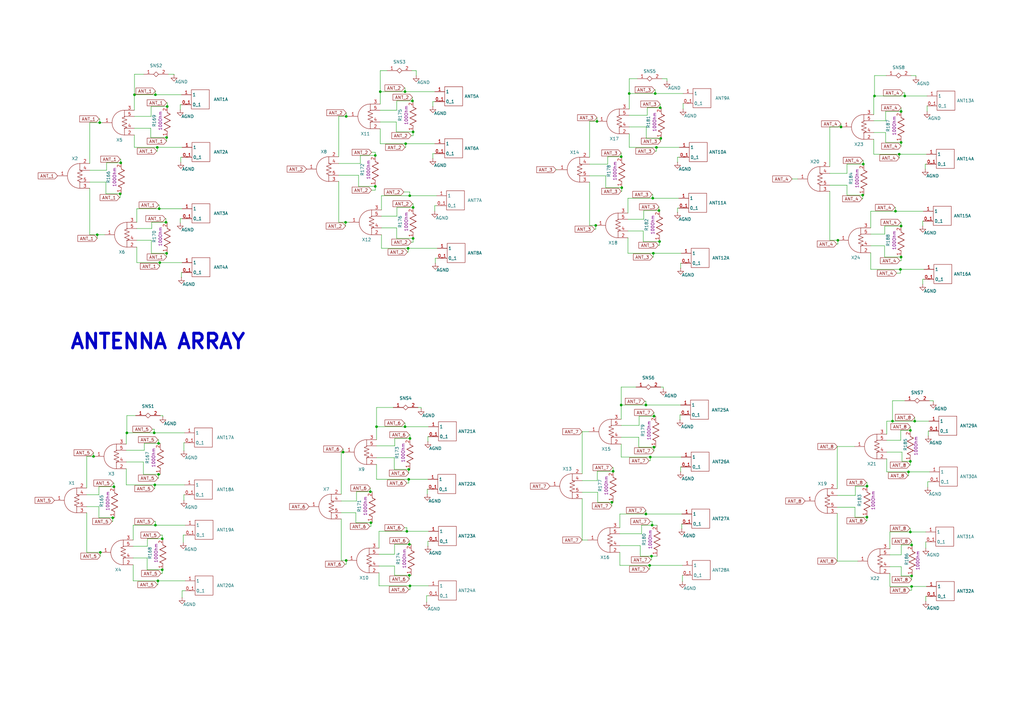
<source format=kicad_sch>
(kicad_sch (version 20250114) (generator "eeschema") (generator_version "9.0")
  (paper "A3")
  (text "ANTENNA ARRAY" (at 64.77 140.208 0) (effects (font (size 6 6) (thickness 1.2) (bold yes))))
  (junction (at 168.148 240.284))
  (junction (at 166.116 37.592))
  (junction (at 368.808 63.246))
  (junction (at 372.618 193.548))
  (junction (at 373.888 236.22))
  (junction (at 373.888 223.52))
  (junction (at 268.732 38.354))
  (junction (at 270.764 44.196))
  (junction (at 68.326 56.388))
  (junction (at 355.5653 212.09))
  (junction (at 264.922 210.82))
  (junction (at 268.224 183.388))
  (junction (at 167.386 101.854))
  (junction (at 49.276 79.502))
  (junction (at 264.922 166.116))
  (junction (at 41.148 226.568))
  (junction (at 49.53 66.802))
  (junction (at 166.878 217.932))
  (junction (at 168.148 179.832))
  (junction (at 167.64 192.532))
  (junction (at 169.164 41.402))
  (junction (at 251.46 193.294))
  (junction (at 167.894 223.266))
  (junction (at 169.418 97.79))
  (junction (at 373.38 218.186))
  (junction (at 141.986 229.87))
  (junction (at 258.064 38.354))
  (junction (at 68.58 43.688))
  (junction (at 66.548 233.68))
  (junction (at 355.6 199.39))
  (junction (at 366.0573 172.72))
  (junction (at 266.7 187.452))
  (junction (at 269.24 60.452))
  (junction (at 354.076 67.31))
  (junction (at 167.64 196.596))
  (junction (at 154.432 175.006))
  (junction (at 65.024 181.864))
  (junction (at 63.5 198.882))
  (junction (at 270.51 99.06))
  (junction (at 153.924 63.754))
  (junction (at 267.716 81.28))
  (junction (at 373.888 240.538))
  (junction (at 152.146 214.376))
  (junction (at 270.256 86.36))
  (junction (at 267.208 228.092))
  (junction (at 65.024 194.564))
  (junction (at 52.0446 177.546))
  (junction (at 64.516 60.452))
  (junction (at 373.38 176.53))
  (junction (at 68.326 103.886))
  (junction (at 343.662 98.552))
  (junction (at 267.462 215.392))
  (junction (at 369.316 110.49))
  (junction (at 268.224 170.688))
  (junction (at 65.278 85.598))
  (junction (at 64.77 238.252))
  (junction (at 344.932 52.07))
  (junction (at 140.716 185.42))
  (junction (at 155.956 37.592))
  (junction (at 373.38 189.23))
  (junction (at 369.57 58.42))
  (junction (at 66.548 220.98))
  (junction (at 169.418 85.09))
  (junction (at 169.418 54.102))
  (junction (at 166.37 58.928))
  (junction (at 55.1595 38.862))
  (junction (at 40.894 50.292))
  (junction (at 254.762 166.116))
  (junction (at 141.732 91.186))
  (junction (at 254.762 64.262))
  (junction (at 153.924 76.454))
  (junction (at 167.894 235.966))
  (junction (at 267.97 103.886))
  (junction (at 65.532 107.696))
  (junction (at 151.892 201.676))
  (junction (at 244.856 49.784))
  (junction (at 39.878 96.266))
  (junction (at 375.158 172.72))
  (junction (at 271.018 56.757))
  (junction (at 63.754 38.862))
  (junction (at 46.228 212.344))
  (junction (at 371.094 39.37))
  (junction (at 369.57 92.71))
  (junction (at 244.348 92.456))
  (junction (at 141.986 47.752))
  (junction (at 168.0552 80.264))
  (junction (at 46.736 199.644))
  (junction (at 358.6743 39.37))
  (junction (at 68.072 91.186))
  (junction (at 63.754 215.392))
  (junction (at 369.57 45.72))
  (junction (at 250.952 205.994))
  (junction (at 255.016 76.962))
  (junction (at 369.57 105.41))
  (junction (at 63.246 177.546))
  (junction (at 166.116 175.006))
  (junction (at 353.822 80.01))
  (junction (at 367.284 86.614))
  (junction (at 266.446 231.902))
  (junction (at 38.354 187.198))
  (wire (pts (xy 36.83 69.85) (xy 43.7026 69.85)))
  (wire (pts (xy 263.7968 94.742) (xy 263.7968 99.06)))
  (wire (pts (xy 55.1595 30.48) (xy 55.1595 38.862)))
  (wire (pts (xy 54.61 228.854) (xy 60.334 228.854)))
  (wire (pts (xy 268.732 61.976) (xy 269.24 61.976)))
  (wire (pts (xy 347.3903 71.12) (xy 347.3903 67.31)))
  (wire (pts (xy 55.626 170.434) (xy 52.0446 170.434)))
  (wire (pts (xy 43.4492 79.502) (xy 49.276 79.502)))
  (wire (pts (xy 378.46 116.586) (xy 378.46 114.554)))
  (wire (pts (xy 279.146 107.95) (xy 279.4 107.95)))
  (wire (pts (xy 75.692 202.946) (xy 75.438 202.946)))
  (wire (pts (xy 249.2255 67.31) (xy 249.2255 64.262)))
  (wire (pts (xy 49.022 81.026) (xy 49.276 81.026)))
  (wire (pts (xy 39.878 96.266) (xy 42.926 96.266)))
  (wire (pts (xy 52.0446 170.434) (xy 52.0446 177.546)))
  (wire (pts (xy 168.148 178.308) (xy 168.148 179.832)))
  (wire (pts (xy 340.36 75.946) (xy 347.3903 75.946)))
  (wire (pts (xy 68.072 89.662) (xy 68.072 91.186)))
  (wire (pts (xy 266.7 213.868) (xy 267.462 213.868)))
  (wire (pts (xy 155.956 58.928) (xy 166.37 58.928)))
  (wire (pts (xy 151.892 200.152) (xy 151.892 201.676)))
  (wire (pts (xy 145.9672 214.376) (xy 152.146 214.376)))
  (wire (pts (xy 168.656 99.314) (xy 169.418 99.314)))
  (wire (pts (xy 350.8344 203.2) (xy 350.8344 199.39)))
  (wire (pts (xy 155.448 217.932) (xy 155.448 224.79)))
  (wire (pts (xy 257.556 103.886) (xy 257.556 97.536)))
  (wire (pts (xy 49.53 65.278) (xy 49.53 66.802)))
  (wire (pts (xy 51.816 177.546) (xy 52.0446 177.546)))
  (wire (pts (xy 262.6213 223.774) (xy 262.6213 228.092)))
  (wire (pts (xy 268.478 36.83) (xy 268.732 36.83)))
  (wire (pts (xy 343.408 230.124) (xy 351.79 230.124)))
  (wire (pts (xy 166.116 37.592) (xy 178.308 37.592)))
  (wire (pts (xy 68.326 57.912) (xy 68.326 56.388)))
  (wire (pts (xy 162.7312 45.212) (xy 162.7312 41.402)))
  (wire (pts (xy 167.132 103.378) (xy 167.386 103.378)))
  (wire (pts (xy 54.61 224.028) (xy 60.4607 224.028)))
  (wire (pts (xy 271.272 56.757) (xy 271.272 56.896)))
  (wire (pts (xy 63.246 176.022) (xy 63.246 177.546)))
  (wire (pts (xy 168.0552 80.264) (xy 156.464 80.264)))
  (wire (pts (xy 65.278 84.074) (xy 65.278 85.598)))
  (wire (pts (xy 375.666 30.988) (xy 373.634 30.988)))
  (wire (pts (xy 266.192 233.426) (xy 266.446 233.426)))
  (wire (pts (xy 366.0573 172.72) (xy 363.728 172.72)))
  (wire (pts (xy 254.762 166.116) (xy 254.762 171.958)))
  (wire (pts (xy 357.124 110.49) (xy 369.316 110.49)))
  (wire (pts (xy 267.462 215.392) (xy 269.494 215.392)))
  (wire (pts (xy 55.118 38.862) (xy 55.1595 38.862)))
  (wire (pts (xy 381 172.72) (xy 375.158 172.72)))
  (wire (pts (xy 155.956 28.956) (xy 155.956 37.592)))
  (wire (pts (xy 268.224 170.688) (xy 268.986 170.688)))
  (wire (pts (xy 74.422 111.76) (xy 74.422 113.792)))
  (wire (pts (xy 165.862 216.408) (xy 166.878 216.408)))
  (wire (pts (xy 363.728 185.42) (xy 369.9471 185.42)))
  (wire (pts (xy 138.938 74.422) (xy 138.938 91.186)))
  (wire (pts (xy 71.374 30.48) (xy 71.374 30.734)))
  (wire (pts (xy 171.45 167.132) (xy 172.72 167.132)))
  (wire (pts (xy 353.822 81.534) (xy 353.822 80.01)))
  (wire (pts (xy 350.6655 212.09) (xy 355.5653 212.09)))
  (wire (pts (xy 35.56 202.946) (xy 40.5747 202.946)))
  (wire (pts (xy 277.876 85.344) (xy 278.384 85.344)))
  (wire (pts (xy 55.118 47.752) (xy 61.9625 47.752)))
  (wire (pts (xy 250.952 207.518) (xy 250.952 205.994)))
  (wire (pts (xy 270.764 44.196) (xy 271.272 44.196)))
  (wire (pts (xy 75.184 222.504) (xy 75.184 219.456)))
  (wire (pts (xy 266.954 229.616) (xy 267.208 229.616)))
  (wire (pts (xy 245.1246 205.994) (xy 250.952 205.994)))
  (wire (pts (xy 363.474 30.988) (xy 358.6743 30.988)))
  (wire (pts (xy 262.6213 228.092) (xy 267.208 228.092)))
  (wire (pts (xy 36.83 74.676) (xy 43.4492 74.676)))
  (wire (pts (xy 75.438 181.61) (xy 75.438 184.912)))
  (wire (pts (xy 55.1595 38.862) (xy 63.754 38.862)))
  (wire (pts (xy 269.24 61.976) (xy 269.24 60.452)))
  (wire (pts (xy 324.866 73.406) (xy 327.152 73.406)))
  (wire (pts (xy 162.8022 85.09) (xy 169.418 85.09)))
  (wire (pts (xy 379.73 218.186) (xy 373.38 218.186)))
  (wire (pts (xy 175.768 217.932) (xy 166.878 217.932)))
  (wire (pts (xy 162.7312 41.402) (xy 169.164 41.402)))
  (wire (pts (xy 169.418 83.566) (xy 169.418 85.09)))
  (wire (pts (xy 63.754 213.868) (xy 63.754 215.392)))
  (wire (pts (xy 61.9625 43.688) (xy 68.58 43.688)))
  (wire (pts (xy 271.018 158.75) (xy 272.034 158.75)))
  (wire (pts (xy 369.57 58.42) (xy 363.22 58.42)))
  (wire (pts (xy 254.762 187.452) (xy 266.7 187.452)))
  (wire (pts (xy 152.146 214.376) (xy 152.654 214.376)))
  (wire (pts (xy 369.57 106.934) (xy 369.57 105.41)))
  (wire (pts (xy 373.126 242.062) (xy 373.888 242.062)))
  (wire (pts (xy 167.894 237.49) (xy 167.894 235.966)))
  (wire (pts (xy 156.464 80.264) (xy 156.464 86.106)))
  (wire (pts (xy 363.728 172.72) (xy 363.728 178.054)))
  (wire (pts (xy 49.276 79.502) (xy 49.784 79.502)))
  (wire (pts (xy 155.448 232.156) (xy 161.8126 232.156)))
  (wire (pts (xy 167.894 235.966) (xy 168.656 235.966)))
  (wire (pts (xy 273.558 32.258) (xy 273.558 33.274)))
  (wire (pts (xy 363.22 54.356) (xy 363.22 58.42)))
  (wire (pts (xy 138.938 47.752) (xy 141.986 47.752)))
  (wire (pts (xy 46.228 212.344) (xy 46.99 212.344)))
  (wire (pts (xy 380.746 176.784) (xy 381 176.784)))
  (wire (pts (xy 367.03 85.09) (xy 367.284 85.09)))
  (wire (pts (xy 65.786 170.434) (xy 66.802 170.434)))
  (wire (pts (xy 54.61 238.252) (xy 54.61 231.648)))
  (wire (pts (xy 62.2159 93.726) (xy 62.2159 91.186)))
  (wire (pts (xy 357.124 100.838) (xy 362.7935 100.838)))
  (wire (pts (xy 63.5 200.406) (xy 63.5 198.882)))
  (wire (pts (xy 380.238 43.434) (xy 380.238 45.72)))
  (wire (pts (xy 66.802 170.434) (xy 66.802 170.942)))
  (wire (pts (xy 268.224 169.164) (xy 268.224 170.688)))
  (wire (pts (xy 362.7935 100.838) (xy 362.7935 105.41)))
  (wire (pts (xy 343.408 210.566) (xy 343.408 230.124)))
  (wire (pts (xy 141.986 231.394) (xy 141.986 229.87)))
  (wire (pts (xy 140.716 185.42) (xy 141.224 185.42)))
  (wire (pts (xy 380.5236 197.612) (xy 381.254 197.612)))
  (wire (pts (xy 271.018 56.757) (xy 271.272 56.757)))
  (wire (pts (xy 62.0892 98.552) (xy 62.0892 103.886)))
  (wire (pts (xy 179.07 80.264) (xy 168.0552 80.264)))
  (wire (pts (xy 279.1354 191.516) (xy 279.4 191.516)))
  (wire (pts (xy 373.38 216.662) (xy 373.38 218.186)))
  (wire (pts (xy 66.548 233.68) (xy 66.802 233.68)))
  (wire (pts (xy 40.894 50.292) (xy 36.83 50.292)))
  (wire (pts (xy 141.478 231.394) (xy 141.986 231.394)))
  (wire (pts (xy 248.4652 72.136) (xy 248.4652 76.962)))
  (wire (pts (xy 63.754 215.392) (xy 75.946 215.392)))
  (wire (pts (xy 257.556 87.376) (xy 257.556 81.28)))
  (wire (pts (xy 58.8206 189.484) (xy 58.8206 194.564)))
  (wire (pts (xy 265.0639 52.07) (xy 265.0639 56.757)))
  (wire (pts (xy 147.8151 67.056) (xy 147.8151 63.754)))
  (wire (pts (xy 368.808 64.77) (xy 368.808 63.246)))
  (wire (pts (xy 41.91 50.292) (xy 40.894 50.292)))
  (wire (pts (xy 278.892 170.18) (xy 279.146 170.18)))
  (wire (pts (xy 54.61 215.392) (xy 63.754 215.392)))
  (wire (pts (xy 49.276 81.026) (xy 49.276 79.502)))
  (wire (pts (xy 244.9979 197.104) (xy 244.9979 193.294)))
  (wire (pts (xy 138.938 91.186) (xy 141.732 91.186)))
  (wire (pts (xy 265.444 44.196) (xy 270.764 44.196)))
  (wire (pts (xy 371.094 164.338) (xy 366.0573 164.338)))
  (wire (pts (xy 258.064 38.354) (xy 258.064 44.704)))
  (wire (pts (xy 175.26 202.692) (xy 175.26 200.66)))
  (wire (pts (xy 382.778 164.338) (xy 382.778 164.846)))
  (wire (pts (xy 74.676 107.696) (xy 65.532 107.696)))
  (wire (pts (xy 175.514 224.028) (xy 175.514 221.996)))
  (wire (pts (xy 280.162 44.704) (xy 280.162 42.418)))
  (wire (pts (xy 178.562 105.918) (xy 178.562 107.95)))
  (wire (pts (xy 353.568 81.534) (xy 353.822 81.534)))
  (wire (pts (xy 364.998 218.186) (xy 364.998 225.044)))
  (wire (pts (xy 167.64 194.056) (xy 167.64 192.532)))
  (wire (pts (xy 141.986 47.752) (xy 142.748 47.752)))
  (wire (pts (xy 55.118 45.212) (xy 55.118 38.862)))
  (wire (pts (xy 369.316 110.49) (xy 378.968 110.49)))
  (wire (pts (xy 167.64 198.12) (xy 167.64 196.596)))
  (wire (pts (xy 177.546 41.656) (xy 178.308 41.656)))
  (wire (pts (xy 75.184 219.456) (xy 75.946 219.456)))
  (wire (pts (xy 343.408 183.134) (xy 343.408 200.406)))
  (wire (pts (xy 68.58 42.164) (xy 68.58 43.688)))
  (wire (pts (xy 63.5 198.882) (xy 51.816 198.882)))
  (wire (pts (xy 373.888 237.744) (xy 373.888 236.22)))
  (wire (pts (xy 43.7026 66.802) (xy 49.53 66.802)))
  (wire (pts (xy 264.0502 89.916) (xy 264.0502 86.36)))
  (wire (pts (xy 277.876 64.516) (xy 278.638 64.516)))
  (wire (pts (xy 36.83 96.266) (xy 39.878 96.266)))
  (wire (pts (xy 64.77 239.776) (xy 64.77 238.252)))
  (wire (pts (xy 265.0639 56.757) (xy 271.018 56.757)))
  (wire (pts (xy 254.762 64.262) (xy 255.016 64.262)))
  (wire (pts (xy 38.354 187.198) (xy 38.608 187.198)))
  (wire (pts (xy 244.9979 193.294) (xy 251.46 193.294)))
  (wire (pts (xy 51.816 189.484) (xy 58.8206 189.484)))
  (wire (pts (xy 238.76 204.47) (xy 238.76 221.488)))
  (wire (pts (xy 364.998 240.538) (xy 373.888 240.538)))
  (wire (pts (xy 35.56 210.312) (xy 35.56 226.568)))
  (wire (pts (xy 238.76 194.31) (xy 238.76 177.038)))
  (wire (pts (xy 264.922 166.116) (xy 254.762 166.116)))
  (wire (pts (xy 169.164 39.878) (xy 169.164 41.402)))
  (wire (pts (xy 372.364 195.072) (xy 372.618 195.072)))
  (wire (pts (xy 373.126 190.754) (xy 373.38 190.754)))
  (wire (pts (xy 366.0573 164.338) (xy 366.0573 172.72)))
  (wire (pts (xy 254.254 218.948) (xy 263.1281 218.948)))
  (wire (pts (xy 174.9604 246.9448) (xy 174.9604 244.348)))
  (wire (pts (xy 268.732 36.83) (xy 268.732 38.354)))
  (wire (pts (xy 155.956 52.832) (xy 155.956 58.928)))
  (wire (pts (xy 364.998 235.204) (xy 364.998 240.538)))
  (wire (pts (xy 161.8126 235.966) (xy 167.894 235.966)))
  (wire (pts (xy 254.254 223.774) (xy 262.6213 223.774)))
  (wire (pts (xy 155.956 50.038) (xy 162.5623 50.038)))
  (wire (pts (xy 261.366 32.258) (xy 258.064 32.258)))
  (wire (pts (xy 169.418 55.626) (xy 169.418 54.102)))
  (wire (pts (xy 141.732 91.186) (xy 143.256 91.186)))
  (wire (pts (xy 363.22 49.53) (xy 363.22 45.72)))
  (wire (pts (xy 56.134 93.726) (xy 62.2159 93.726)))
  (wire (pts (xy 55.118 52.578) (xy 61.8358 52.578)))
  (wire (pts (xy 74.676 89.662) (xy 73.914 89.662)))
  (wire (pts (xy 350.52 183.134) (xy 343.408 183.134)))
  (wire (pts (xy 364.998 232.41) (xy 369.6122 232.41)))
  (wire (pts (xy 264.0502 86.36) (xy 270.256 86.36)))
  (wire (pts (xy 161.29 167.132) (xy 154.432 167.132)))
  (wire (pts (xy 270.256 84.836) (xy 270.256 86.36)))
  (wire (pts (xy 279.654 210.82) (xy 264.922 210.82)))
  (wire (pts (xy 152.146 215.9) (xy 152.146 214.376)))
  (wire (pts (xy 61.9625 47.752) (xy 61.9625 43.688)))
  (wire (pts (xy 270.002 100.584) (xy 270.51 100.584)))
  (wire (pts (xy 74.676 242.316) (xy 75.946 242.316)))
  (wire (pts (xy 380.746 178.816) (xy 380.746 176.784)))
  (wire (pts (xy 155.956 45.212) (xy 162.7312 45.212)))
  (wire (pts (xy 156.464 88.646) (xy 162.8022 88.646)))
  (wire (pts (xy 38.354 185.674) (xy 38.354 187.198)))
  (wire (pts (xy 43.7026 69.85) (xy 43.7026 66.802)))
  (wire (pts (xy 358.394 39.37) (xy 358.394 46.99)))
  (wire (pts (xy 362.878 92.71) (xy 369.57 92.71)))
  (wire (pts (xy 75.946 238.252) (xy 64.77 238.252)))
  (wire (pts (xy 254.762 158.75) (xy 254.762 166.116)))
  (wire (pts (xy 55.118 60.452) (xy 64.516 60.452)))
  (wire (pts (xy 155.956 37.592) (xy 166.116 37.592)))
  (wire (pts (xy 66.548 219.456) (xy 66.548 220.98)))
  (wire (pts (xy 264.922 210.82) (xy 254.254 210.82)))
  (wire (pts (xy 369.9471 185.42) (xy 369.9471 189.23)))
  (wire (pts (xy 370.332 38.1) (xy 371.094 38.1)))
  (wire (pts (xy 45.974 213.868) (xy 46.228 213.868)))
  (wire (pts (xy 267.716 81.28) (xy 278.384 81.28)))
  (wire (pts (xy 364.998 227.584) (xy 369.6122 227.584)))
  (wire (pts (xy 353.822 80.01) (xy 354.33 80.01)))
  (wire (pts (xy 254.762 78.486) (xy 255.016 78.486)))
  (wire (pts (xy 372.618 195.072) (xy 372.618 193.548)))
  (wire (pts (xy 145.9672 210.312) (xy 145.9672 214.376)))
  (wire (pts (xy 152.4 62.484) (xy 153.924 62.484)))
  (wire (pts (xy 59.2007 184.658) (xy 59.2007 181.864)))
  (wire (pts (xy 154.432 187.706) (xy 161.6765 187.706)))
  (wire (pts (xy 141.732 92.71) (xy 141.732 91.186)))
  (wire (pts (xy 343.154 100.076) (xy 343.662 100.076)))
  (wire (pts (xy 155.448 227.33) (xy 161.8126 227.33)))
  (wire (pts (xy 56.134 85.598) (xy 56.134 91.186)))
  (wire (pts (xy 379.73 246.634) (xy 379.73 244.602)))
  (wire (pts (xy 67.818 89.662) (xy 68.072 89.662)))
  (wire (pts (xy 363.728 188.214) (xy 363.728 193.548)))
  (wire (pts (xy 60.334 233.68) (xy 66.548 233.68)))
  (wire (pts (xy 146.2206 201.676) (xy 151.892 201.676)))
  (wire (pts (xy 254.762 62.738) (xy 254.762 64.262)))
  (wire (pts (xy 63.246 177.546) (xy 75.692 177.546)))
  (wire (pts (xy 177.546 65.024) (xy 177.546 62.992)))
  (wire (pts (xy 74.676 245.11) (xy 74.676 242.316)))
  (wire (pts (xy 271.018 57.912) (xy 271.018 56.757)))
  (wire (pts (xy 262.1133 170.688) (xy 268.224 170.688)))
  (wire (pts (xy 257.556 89.916) (xy 264.0502 89.916)))
  (wire (pts (xy 65.024 196.088) (xy 65.024 194.564)))
  (wire (pts (xy 263.7968 99.06) (xy 270.51 99.06)))
  (wire (pts (xy 262.1133 174.498) (xy 262.1133 170.688)))
  (wire (pts (xy 35.56 200.152) (xy 35.56 187.198)))
  (wire (pts (xy 139.954 185.42) (xy 140.716 185.42)))
  (wire (pts (xy 270.51 100.584) (xy 270.51 99.06)))
  (wire (pts (xy 277.876 66.548) (xy 277.876 64.516)))
  (wire (pts (xy 347.3903 80.01) (xy 353.822 80.01)))
  (wire (pts (xy 161.9299 179.832) (xy 168.148 179.832)))
  (wire (pts (xy 373.38 175.006) (xy 373.38 176.53)))
  (wire (pts (xy 177.546 43.688) (xy 177.546 41.656)))
  (wire (pts (xy 147.0548 76.454) (xy 153.924 76.454)))
  (wire (pts (xy 369.316 112.014) (xy 369.316 110.49)))
  (wire (pts (xy 165.862 173.482) (xy 166.116 173.482)))
  (wire (pts (xy 248.4652 76.962) (xy 255.016 76.962)))
  (wire (pts (xy 272.034 158.75) (xy 272.034 159.512)))
  (wire (pts (xy 267.208 229.616) (xy 267.208 228.092)))
  (wire (pts (xy 266.192 188.976) (xy 266.7 188.976)))
  (wire (pts (xy 257.556 81.28) (xy 267.716 81.28)))
  (wire (pts (xy 358.394 54.356) (xy 363.22 54.356)))
  (wire (pts (xy 371.094 39.37) (xy 358.6743 39.37)))
  (wire (pts (xy 63.246 213.868) (xy 63.754 213.868)))
  (wire (pts (xy 268.732 38.354) (xy 280.162 38.354)))
  (wire (pts (xy 60.4607 220.98) (xy 66.548 220.98)))
  (wire (pts (xy 169.164 41.402) (xy 169.418 41.402)))
  (wire (pts (xy 358.394 57.15) (xy 358.394 63.246)))
  (wire (pts (xy 255.016 78.486) (xy 255.016 76.962)))
  (wire (pts (xy 46.482 198.12) (xy 46.736 198.12)))
  (wire (pts (xy 155.448 240.284) (xy 155.448 234.95)))
  (wire (pts (xy 139.954 205.486) (xy 146.2206 205.486)))
  (wire (pts (xy 369.6122 223.52) (xy 373.888 223.52)))
  (wire (pts (xy 344.932 52.07) (xy 345.186 52.07)))
  (wire (pts (xy 278.638 60.452) (xy 269.24 60.452)))
  (wire (pts (xy 270.256 86.36) (xy 270.51 86.36)))
  (wire (pts (xy 261.9866 179.324) (xy 261.9866 183.388)))
  (wire (pts (xy 147.0548 71.882) (xy 147.0548 76.454)))
  (wire (pts (xy 350.8344 199.39) (xy 355.6 199.39)))
  (wire (pts (xy 166.37 58.928) (xy 178.308 58.928)))
  (wire (pts (xy 367.792 112.014) (xy 369.316 112.014)))
  (wire (pts (xy 355.5653 212.09) (xy 355.6 212.09)))
  (wire (pts (xy 254.762 182.118) (xy 254.762 187.452)))
  (wire (pts (xy 161.8126 223.266) (xy 167.894 223.266)))
  (wire (pts (xy 243.84 93.98) (xy 244.348 93.98)))
  (wire (pts (xy 379.73 244.602) (xy 379.984 244.602)))
  (wire (pts (xy 354.076 65.786) (xy 354.076 67.31)))
  (wire (pts (xy 250.952 205.994) (xy 251.46 205.994)))
  (wire (pts (xy 75.692 181.61) (xy 75.438 181.61)))
  (wire (pts (xy 172.72 167.132) (xy 172.72 167.64)))
  (wire (pts (xy 73.914 89.662) (xy 73.914 91.44)))
  (wire (pts (xy 35.56 226.568) (xy 41.148 226.568)))
  (wire (pts (xy 66.548 220.98) (xy 66.802 220.98)))
  (wire (pts (xy 151.892 201.676) (xy 152.654 201.676)))
  (wire (pts (xy 64.77 180.34) (xy 65.024 180.34)))
  (wire (pts (xy 166.116 173.482) (xy 166.116 175.006)))
  (wire (pts (xy 63.246 200.406) (xy 63.5 200.406)))
  (wire (pts (xy 369.9471 189.23) (xy 373.38 189.23)))
  (wire (pts (xy 141.986 46.228) (xy 141.986 47.752)))
  (wire (pts (xy 343.408 208.026) (xy 350.6655 208.026)))
  (wire (pts (xy 260.858 158.75) (xy 254.762 158.75)))
  (wire (pts (xy 353.822 65.786) (xy 354.076 65.786)))
  (wire (pts (xy 65.278 85.598) (xy 56.134 85.598)))
  (wire (pts (xy 56.134 98.552) (xy 62.0892 98.552)))
  (wire (pts (xy 357.124 86.614) (xy 367.284 86.614)))
  (wire (pts (xy 39.878 97.79) (xy 39.878 96.266)))
  (wire (pts (xy 271.526 32.258) (xy 273.558 32.258)))
  (wire (pts (xy 355.346 197.866) (xy 355.6 197.866)))
  (wire (pts (xy 49.276 65.278) (xy 49.53 65.278)))
  (wire (pts (xy 62.2159 91.186) (xy 68.072 91.186)))
  (wire (pts (xy 63.754 38.862) (xy 74.422 38.862)))
  (wire (pts (xy 51.816 182.118) (xy 51.816 177.546)))
  (wire (pts (xy 340.36 78.486) (xy 340.36 98.552)))
  (wire (pts (xy 343.662 98.552) (xy 343.916 98.552)))
  (wire (pts (xy 340.36 98.552) (xy 343.662 98.552)))
  (wire (pts (xy 51.816 184.658) (xy 59.2007 184.658)))
  (wire (pts (xy 68.326 103.886) (xy 68.58 103.886)))
  (wire (pts (xy 169.164 83.566) (xy 169.418 83.566)))
  (wire (pts (xy 64.516 239.776) (xy 64.77 239.776)))
  (wire (pts (xy 279.908 231.902) (xy 266.446 231.902)))
  (wire (pts (xy 152.4 77.978) (xy 153.924 77.978)))
  (wire (pts (xy 261.9866 183.388) (xy 268.224 183.388)))
  (wire (pts (xy 74.676 111.76) (xy 74.422 111.76)))
  (wire (pts (xy 238.76 197.104) (xy 244.9979 197.104)))
  (wire (pts (xy 162.6755 93.472) (xy 162.6755 97.79)))
  (wire (pts (xy 161.6765 187.706) (xy 161.6765 192.532)))
  (wire (pts (xy 267.716 105.41) (xy 267.97 105.41)))
  (wire (pts (xy 254.254 231.902) (xy 254.254 226.568)))
  (wire (pts (xy 58.928 30.48) (xy 55.1595 30.48)))
  (wire (pts (xy 373.888 236.22) (xy 374.142 236.22)))
  (wire (pts (xy 254.762 179.324) (xy 261.9866 179.324)))
  (wire (pts (xy 277.876 87.122) (xy 277.876 85.344)))
  (wire (pts (xy 165.862 36.068) (xy 166.116 36.068)))
  (wire (pts (xy 380.238 39.37) (xy 371.094 39.37)))
  (wire (pts (xy 238.76 201.93) (xy 245.1246 201.93)))
  (wire (pts (xy 40.894 48.768) (xy 40.894 50.292)))
  (wire (pts (xy 254.254 210.82) (xy 254.254 216.408)))
  (wire (pts (xy 369.062 106.934) (xy 369.57 106.934)))
  (wire (pts (xy 379.476 69.342) (xy 379.476 67.31)))
  (wire (pts (xy 167.894 223.266) (xy 168.656 223.266)))
  (wire (pts (xy 154.432 167.132) (xy 154.432 175.006)))
  (wire (pts (xy 241.808 74.676) (xy 241.808 92.456)))
  (wire (pts (xy 175.514 181.102) (xy 175.514 179.07)))
  (wire (pts (xy 65.532 107.696) (xy 56.134 107.696)))
  (wire (pts (xy 375.666 30.988) (xy 375.666 31.496)))
  (wire (pts (xy 60.334 228.854) (xy 60.334 233.68)))
  (wire (pts (xy 73.914 42.926) (xy 73.914 44.958)))
  (wire (pts (xy 161.6765 192.532) (xy 167.64 192.532)))
  (wire (pts (xy 368.808 63.246) (xy 379.984 63.246)))
  (wire (pts (xy 64.77 196.088) (xy 65.024 196.088)))
  (wire (pts (xy 162.6755 97.79) (xy 169.418 97.79)))
  (wire (pts (xy 251.46 191.77) (xy 251.46 193.294)))
  (wire (pts (xy 267.462 79.756) (xy 267.716 79.756)))
  (wire (pts (xy 373.126 216.662) (xy 373.38 216.662)))
  (wire (pts (xy 40.5747 202.946) (xy 40.5747 199.644)))
  (wire (pts (xy 264.922 164.592) (xy 264.922 166.116)))
  (wire (pts (xy 56.134 107.696) (xy 56.134 101.346)))
  (wire (pts (xy 40.5747 199.644) (xy 46.736 199.644)))
  (wire (pts (xy 162.8022 85.09) (xy 162.8022 88.646)))
  (wire (pts (xy 278.892 172.212) (xy 278.892 170.18)))
  (wire (pts (xy 251.206 191.77) (xy 251.46 191.77)))
  (wire (pts (xy 63.754 37.338) (xy 63.754 38.862)))
  (wire (pts (xy 138.938 71.882) (xy 147.0548 71.882)))
  (wire (pts (xy 65.532 109.22) (xy 65.532 107.696)))
  (wire (pts (xy 153.924 62.484) (xy 153.924 63.754)))
  (wire (pts (xy 358.6743 30.988) (xy 358.6743 39.37)))
  (wire (pts (xy 369.6122 232.41) (xy 369.6122 236.22)))
  (wire (pts (xy 373.38 190.754) (xy 373.38 189.23)))
  (wire (pts (xy 166.878 198.12) (xy 167.64 198.12)))
  (wire (pts (xy 379.73 222.25) (xy 379.73 224.79)))
  (wire (pts (xy 139.954 212.852) (xy 139.954 229.87)))
  (wire (pts (xy 369.57 44.196) (xy 369.57 45.72)))
  (wire (pts (xy 41.148 226.568) (xy 41.402 226.568)))
  (wire (pts (xy 65.024 181.864) (xy 65.786 181.864)))
  (wire (pts (xy 139.954 202.692) (xy 139.954 185.42)))
  (wire (pts (xy 268.224 184.912) (xy 268.224 183.388)))
  (wire (pts (xy 369.6122 227.584) (xy 369.6122 223.52)))
  (wire (pts (xy 258.064 60.452) (xy 258.064 54.864)))
  (wire (pts (xy 266.446 233.426) (xy 266.446 231.902)))
  (wire (pts (xy 266.446 231.902) (xy 254.254 231.902)))
  (wire (pts (xy 156.464 101.854) (xy 156.464 96.266)))
  (wire (pts (xy 146.2206 205.486) (xy 146.2206 201.676)))
  (wire (pts (xy 61.8358 56.388) (xy 68.326 56.388)))
  (wire (pts (xy 158.75 28.956) (xy 155.956 28.956)))
  (wire (pts (xy 167.386 103.378) (xy 167.386 101.854)))
  (wire (pts (xy 175.768 240.284) (xy 168.148 240.284)))
  (wire (pts (xy 367.284 85.09) (xy 367.284 86.614)))
  (wire (pts (xy 369.316 91.186) (xy 369.57 91.186)))
  (wire (pts (xy 369.6122 236.22) (xy 373.888 236.22)))
  (wire (pts (xy 258.064 38.354) (xy 268.732 38.354)))
  (wire (pts (xy 258.064 52.07) (xy 265.0639 52.07)))
  (wire (pts (xy 378.46 92.71) (xy 378.46 90.678)))
  (wire (pts (xy 168.0552 78.74) (xy 168.0552 80.264)))
  (wire (pts (xy 154.432 196.596) (xy 167.64 196.596)))
  (wire (pts (xy 178.308 84.328) (xy 179.07 84.328)))
  (wire (pts (xy 167.386 101.854) (xy 156.464 101.854)))
  (wire (pts (xy 68.326 105.41) (xy 68.326 103.886)))
  (wire (pts (xy 43.4492 74.676) (xy 43.4492 79.502)))
  (wire (pts (xy 65.024 194.564) (xy 65.786 194.564)))
  (wire (pts (xy 169.418 99.314) (xy 169.418 97.79)))
  (wire (pts (xy 62.0892 103.886) (xy 68.326 103.886)))
  (wire (pts (xy 266.7 187.452) (xy 279.4 187.452)))
  (wire (pts (xy 40.64 48.768) (xy 40.894 48.768)))
  (wire (pts (xy 270.764 42.672) (xy 270.764 44.196)))
  (wire (pts (xy 46.736 199.644) (xy 46.99 199.644)))
  (wire (pts (xy 168.91 28.956) (xy 170.688 28.956)))
  (wire (pts (xy 343.408 203.2) (xy 350.8344 203.2)))
  (wire (pts (xy 378.46 90.678) (xy 378.714 90.678)))
  (wire (pts (xy 354.076 67.31) (xy 354.33 67.31)))
  (wire (pts (xy 358.394 63.246) (xy 368.808 63.246)))
  (wire (pts (xy 147.8151 63.754) (xy 153.924 63.754)))
  (wire (pts (xy 65.786 219.456) (xy 66.548 219.456)))
  (wire (pts (xy 340.36 52.07) (xy 344.932 52.07)))
  (wire (pts (xy 340.36 68.326) (xy 340.36 52.07)))
  (wire (pts (xy 344.932 50.8) (xy 344.932 52.07)))
  (wire (pts (xy 347.3903 67.31) (xy 354.076 67.31)))
  (wire (pts (xy 64.77 238.252) (xy 54.61 238.252)))
  (wire (pts (xy 51.816 198.882) (xy 51.816 192.278)))
  (wire (pts (xy 165.608 78.74) (xy 168.0552 78.74)))
  (wire (pts (xy 166.116 60.452) (xy 166.37 60.452)))
  (wire (pts (xy 59.2007 181.864) (xy 65.024 181.864)))
  (wire (pts (xy 58.8206 194.564) (xy 65.024 194.564)))
  (wire (pts (xy 68.326 42.164) (xy 68.58 42.164)))
  (wire (pts (xy 46.228 213.868) (xy 46.228 212.344)))
  (wire (pts (xy 175.514 221.996) (xy 175.768 221.996)))
  (wire (pts (xy 40.5747 212.344) (xy 46.228 212.344)))
  (wire (pts (xy 36.83 50.292) (xy 36.83 67.056)))
  (wire (pts (xy 74.168 64.516) (xy 74.168 66.548)))
  (wire (pts (xy 355.5653 212.09) (xy 355.5653 213.614)))
  (wire (pts (xy 46.736 198.12) (xy 46.736 199.644)))
  (wire (pts (xy 65.024 180.34) (xy 65.024 181.864)))
  (wire (pts (xy 35.56 187.198) (xy 38.354 187.198)))
  (wire (pts (xy 357.124 93.472) (xy 357.124 86.614)))
  (wire (pts (xy 350.6655 208.026) (xy 350.6655 212.09)))
  (wire (pts (xy 369.4403 176.53) (xy 373.38 176.53)))
  (wire (pts (xy 168.656 55.626) (xy 169.418 55.626)))
  (wire (pts (xy 61.8358 52.578) (xy 61.8358 56.388)))
  (wire (pts (xy 162.5623 54.102) (xy 169.418 54.102)))
  (wire (pts (xy 245.1246 201.93) (xy 245.1246 205.994)))
  (wire (pts (xy 52.0446 177.546) (xy 63.246 177.546)))
  (wire (pts (xy 55.118 55.372) (xy 55.118 60.452)))
  (wire (pts (xy 369.57 91.186) (xy 369.57 92.71)))
  (wire (pts (xy 69.088 30.48) (xy 71.374 30.48)))
  (wire (pts (xy 258.064 32.258) (xy 258.064 38.354)))
  (wire (pts (xy 373.888 240.538) (xy 379.984 240.538)))
  (wire (pts (xy 153.924 77.978) (xy 153.924 76.454)))
  (wire (pts (xy 175.26 200.66) (xy 175.514 200.66)))
  (wire (pts (xy 161.9299 182.88) (xy 161.9299 179.832)))
  (wire (pts (xy 373.888 221.996) (xy 373.888 223.52)))
  (wire (pts (xy 151.638 215.9) (xy 152.146 215.9)))
  (wire (pts (xy 254.762 174.498) (xy 262.1133 174.498)))
  (wire (pts (xy 138.938 64.262) (xy 138.938 47.752)))
  (wire (pts (xy 179.324 105.918) (xy 178.562 105.918)))
  (wire (pts (xy 379.476 67.31) (xy 379.984 67.31)))
  (wire (pts (xy 244.856 48.26) (xy 244.856 49.784)))
  (wire (pts (xy 74.676 64.516) (xy 74.168 64.516)))
  (wire (pts (xy 279.908 235.966) (xy 279.908 238.506)))
  (wire (pts (xy 371.094 38.1) (xy 371.094 39.37)))
  (wire (pts (xy 75.438 202.946) (xy 75.438 205.232)))
  (wire (pts (xy 64.516 61.976) (xy 64.516 60.452)))
  (wire (pts (xy 60.4607 224.028) (xy 60.4607 220.98)))
  (wire (pts (xy 74.676 85.598) (xy 65.278 85.598)))
  (wire (pts (xy 228.092 69.596) (xy 228.6 69.596)))
  (wire (pts (xy 167.64 192.532) (xy 168.148 192.532)))
  (wire (pts (xy 241.808 49.784) (xy 244.856 49.784)))
  (wire (pts (xy 168.148 241.808) (xy 168.148 240.284)))
  (wire (pts (xy 279.146 109.982) (xy 279.146 107.95)))
  (wire (pts (xy 155.956 42.672) (xy 155.956 37.592)))
  (wire (pts (xy 363.728 180.594) (xy 369.4403 180.594)))
  (wire (pts (xy 369.4403 180.594) (xy 369.4403 176.53)))
  (wire (pts (xy 174.9604 244.348) (xy 175.768 244.348)))
  (wire (pts (xy 161.8126 227.33) (xy 161.8126 223.266)))
  (wire (pts (xy 154.432 175.006) (xy 166.116 175.006)))
  (wire (pts (xy 257.556 94.742) (xy 263.7968 94.742)))
  (wire (pts (xy 264.414 164.592) (xy 264.922 164.592)))
  (wire (pts (xy 265.444 47.244) (xy 265.444 44.196)))
  (wire (pts (xy 347.3903 75.946) (xy 347.3903 80.01)))
  (wire (pts (xy 375.158 172.72) (xy 366.0573 172.72)))
  (wire (pts (xy 363.22 45.72) (xy 369.57 45.72)))
  (wire (pts (xy 378.46 114.554) (xy 378.968 114.554)))
  (wire (pts (xy 267.462 213.868) (xy 267.462 215.392)))
  (wire (pts (xy 74.422 42.926) (xy 73.914 42.926)))
  (wire (pts (xy 263.1281 215.392) (xy 267.462 215.392)))
  (wire (pts (xy 244.348 93.98) (xy 244.348 92.456)))
  (wire (pts (xy 380.5236 199.8421) (xy 380.5236 197.612)))
  (wire (pts (xy 166.116 175.006) (xy 175.768 175.006)))
  (wire (pts (xy 141.986 229.87) (xy 142.24 229.87)))
  (wire (pts (xy 167.64 196.596) (xy 175.514 196.596)))
  (wire (pts (xy 267.716 79.756) (xy 267.716 81.28)))
  (wire (pts (xy 263.1281 218.948) (xy 263.1281 215.392)))
  (wire (pts (xy 264.922 209.296) (xy 264.922 210.82)))
  (wire (pts (xy 179.324 101.854) (xy 167.386 101.854)))
  (wire (pts (xy 362.7935 105.41) (xy 369.57 105.41)))
  (wire (pts (xy 355.6 199.39) (xy 355.6 197.866)))
  (wire (pts (xy 54.61 221.488) (xy 54.61 215.392)))
  (wire (pts (xy 373.888 242.062) (xy 373.888 240.538)))
  (wire (pts (xy 269.24 60.452) (xy 258.064 60.452)))
  (wire (pts (xy 267.208 228.092) (xy 269.494 228.092)))
  (wire (pts (xy 167.64 241.808) (xy 168.148 241.808)))
  (wire (pts (xy 65.024 84.074) (xy 65.278 84.074)))
  (wire (pts (xy 177.546 62.992) (xy 178.308 62.992)))
  (wire (pts (xy 166.37 60.452) (xy 166.37 58.928)))
  (wire (pts (xy 249.2255 64.262) (xy 254.762 64.262)))
  (wire (pts (xy 241.808 67.31) (xy 249.2255 67.31)))
  (wire (pts (xy 279.1354 193.5273) (xy 279.1354 191.516)))
  (wire (pts (xy 343.662 100.076) (xy 343.662 98.552)))
  (wire (pts (xy 66.04 235.204) (xy 66.548 235.204)))
  (wire (pts (xy 36.83 77.216) (xy 36.83 96.266)))
  (wire (pts (xy 258.064 47.244) (xy 265.444 47.244)))
  (wire (pts (xy 266.7 188.976) (xy 266.7 187.452)))
  (wire (pts (xy 62.484 176.022) (xy 63.246 176.022)))
  (wire (pts (xy 369.57 58.42) (xy 369.57 59.944)))
  (wire (pts (xy 64.516 60.452) (xy 74.676 60.452)))
  (wire (pts (xy 238.76 177.038) (xy 241.554 177.038)))
  (wire (pts (xy 68.326 56.388) (xy 68.58 56.388)))
  (wire (pts (xy 168.148 240.284) (xy 155.448 240.284)))
  (wire (pts (xy 68.072 91.186) (xy 68.58 91.186)))
  (wire (pts (xy 358.6743 39.37) (xy 358.394 39.37)))
  (wire (pts (xy 75.692 198.882) (xy 63.5 198.882)))
  (wire (pts (xy 381.254 164.338) (xy 382.778 164.338)))
  (wire (pts (xy 139.954 229.87) (xy 141.986 229.87)))
  (wire (pts (xy 166.878 217.932) (xy 155.448 217.932)))
  (wire (pts (xy 166.116 36.068) (xy 166.116 37.592)))
  (wire (pts (xy 373.888 223.52) (xy 374.142 223.52)))
  (wire (pts (xy 367.284 86.614) (xy 378.714 86.614)))
  (wire (pts (xy 40.5747 207.772) (xy 40.5747 212.344)))
  (wire (pts (xy 154.432 190.5) (xy 154.432 196.596)))
  (wire (pts (xy 139.954 210.312) (xy 145.9672 210.312)))
  (wire (pts (xy 241.808 92.456) (xy 244.348 92.456)))
  (wire (pts (xy 161.8126 232.156) (xy 161.8126 235.966)))
  (wire (pts (xy 340.36 71.12) (xy 347.3903 71.12)))
  (wire (pts (xy 178.308 86.614) (xy 178.308 84.328)))
  (wire (pts (xy 167.894 221.742) (xy 167.894 223.266)))
  (wire (pts (xy 267.97 105.41) (xy 267.97 103.886)))
  (wire (pts (xy 138.938 67.056) (xy 147.8151 67.056)))
  (wire (pts (xy 373.38 218.186) (xy 364.998 218.186)))
  (wire (pts (xy 41.148 228.092) (xy 41.148 226.568)))
  (wire (pts (xy 375.158 171.196) (xy 375.158 172.72)))
  (wire (pts (xy 267.97 103.886) (xy 257.556 103.886)))
  (wire (pts (xy 238.76 221.488) (xy 241.046 221.488)))
  (wire (pts (xy 357.124 96.012) (xy 362.878 96.012)))
  (wire (pts (xy 268.224 183.388) (xy 268.986 183.388)))
  (wire (pts (xy 167.894 178.308) (xy 168.148 178.308)))
  (wire (pts (xy 372.618 193.548) (xy 381.254 193.548)))
  (wire (pts (xy 35.56 207.772) (xy 40.5747 207.772)))
  (wire (pts (xy 49.53 66.802) (xy 49.784 66.802)))
  (wire (pts (xy 154.432 182.88) (xy 161.9299 182.88)))
  (wire (pts (xy 358.394 49.53) (xy 363.22 49.53)))
  (wire (pts (xy 241.808 72.136) (xy 248.4652 72.136)))
  (wire (pts (xy 279.146 166.116) (xy 264.922 166.116)))
  (wire (pts (xy 357.124 103.632) (xy 357.124 110.49)))
  (wire (pts (xy 64.262 61.976) (xy 64.516 61.976)))
  (wire (pts (xy 279.654 214.884) (xy 279.654 216.916)))
  (wire (pts (xy 279.4 103.886) (xy 267.97 103.886)))
  (wire (pts (xy 363.728 193.548) (xy 372.618 193.548)))
  (wire (pts (xy 241.808 49.784) (xy 241.808 64.516)))
  (wire (pts (xy 355.5653 213.614) (xy 355.346 213.614)))
  (wire (pts (xy 66.548 235.204) (xy 66.548 233.68)))
  (wire (pts (xy 140.716 184.15) (xy 140.716 185.42)))
  (wire (pts (xy 170.688 28.956) (xy 170.688 30.988)))
  (wire (pts (xy 162.5623 50.038) (xy 162.5623 54.102)))
  (wire (pts (xy 156.464 93.472) (xy 162.6755 93.472)))
  (wire (pts (xy 362.878 96.012) (xy 362.878 92.71)))
  (wire (pts (xy 166.878 216.408) (xy 166.878 217.932)))
  (wire (pts (xy 175.514 179.07) (xy 175.768 179.07)))
  (wire (pts (xy 154.432 180.34) (xy 154.432 175.006)))
  (global_label "ANT_2" (shape input) (at 168.656 55.626 180) (property "Intersheetrefs" "${INTERSHEET_REFS}" (effects (hide yes))))
  (global_label "ANT_2" (shape input) (at 152.4 77.978 180) (property "Intersheetrefs" "${INTERSHEET_REFS}" (effects (hide yes))))
  (global_label "ANT_1" (shape input) (at 67.818 89.662 180) (property "Intersheetrefs" "${INTERSHEET_REFS}" (effects (hide yes))))
  (global_label "ANT_4" (shape input) (at 369.57 59.944 180) (property "Intersheetrefs" "${INTERSHEET_REFS}" (effects (hide yes))))
  (global_label "ANT_7" (shape input) (at 264.414 164.592 180) (property "Intersheetrefs" "${INTERSHEET_REFS}" (effects (hide yes))))
  (global_label "ANT_4" (shape input) (at 324.866 73.406 180) (property "Intersheetrefs" "${INTERSHEET_REFS}" (effects (hide yes))))
  (global_label "ANT_2" (shape input) (at 167.132 103.378 180) (property "Intersheetrefs" "${INTERSHEET_REFS}" (effects (hide yes))))
  (global_label "ANT_2" (shape input) (at 152.4 62.484 180) (property "Intersheetrefs" "${INTERSHEET_REFS}" (effects (hide yes))))
  (global_label "ANT_7" (shape input) (at 250.952 207.518 180) (property "Intersheetrefs" "${INTERSHEET_REFS}" (effects (hide yes))))
  (global_label "ANT_4" (shape input) (at 343.154 100.076 180) (property "Intersheetrefs" "${INTERSHEET_REFS}" (effects (hide yes))))
  (global_label "ANT_4" (shape input) (at 370.332 38.1 180) (property "Intersheetrefs" "${INTERSHEET_REFS}" (effects (hide yes))))
  (global_label "ANT_6" (shape input) (at 165.862 216.408 180) (property "Intersheetrefs" "${INTERSHEET_REFS}" (effects (hide yes))))
  (global_label "ANT_7" (shape input) (at 251.206 191.77 180) (property "Intersheetrefs" "${INTERSHEET_REFS}" (effects (hide yes))))
  (global_label "ANT_7" (shape input) (at 238.76 221.488 180) (property "Intersheetrefs" "${INTERSHEET_REFS}" (effects (hide yes))))
  (global_label "ANT_1" (shape input) (at 49.022 81.026 180) (property "Intersheetrefs" "${INTERSHEET_REFS}" (effects (hide yes))))
  (global_label "ANT_8" (shape input) (at 372.364 195.072 180) (property "Intersheetrefs" "${INTERSHEET_REFS}" (effects (hide yes))))
  (global_label "ANT_4" (shape input) (at 367.792 112.014 180) (property "Intersheetrefs" "${INTERSHEET_REFS}" (effects (hide yes))))
  (global_label "ANT_5" (shape input) (at 64.77 196.088 180) (property "Intersheetrefs" "${INTERSHEET_REFS}" (effects (hide yes))))
  (global_label "ANT_1" (shape input) (at 40.64 48.768 180) (property "Intersheetrefs" "${INTERSHEET_REFS}" (effects (hide yes))))
  (global_label "ANT_7" (shape input) (at 266.192 233.426 180) (property "Intersheetrefs" "${INTERSHEET_REFS}" (effects (hide yes))))
  (global_label "ANT_3" (shape input) (at 267.716 105.41 180) (property "Intersheetrefs" "${INTERSHEET_REFS}" (effects (hide yes))))
  (global_label "ANT_3" (shape input) (at 268.478 36.83 180) (property "Intersheetrefs" "${INTERSHEET_REFS}" (effects (hide yes))))
  (global_label "ANT_2" (shape input) (at 166.116 60.452 180) (property "Intersheetrefs" "${INTERSHEET_REFS}" (effects (hide yes))))
  (global_label "ANT_6" (shape input) (at 167.894 178.308 180) (property "Intersheetrefs" "${INTERSHEET_REFS}" (effects (hide yes))))
  (global_label "ANT_7" (shape input) (at 225.552 199.39 180) (property "Intersheetrefs" "${INTERSHEET_REFS}" (effects (hide yes))))
  (global_label "ANT_1" (shape input) (at 68.326 105.41 180) (property "Intersheetrefs" "${INTERSHEET_REFS}" (effects (hide yes))))
  (global_label "ANT_6" (shape input) (at 167.64 241.808 180) (property "Intersheetrefs" "${INTERSHEET_REFS}" (effects (hide yes))))
  (global_label "ANT_8" (shape input) (at 355.346 213.614 180) (property "Intersheetrefs" "${INTERSHEET_REFS}" (effects (hide yes))))
  (global_label "ANT_5" (shape input) (at 46.482 198.12 180) (property "Intersheetrefs" "${INTERSHEET_REFS}" (effects (hide yes))))
  (global_label "ANT_3" (shape input) (at 271.018 57.912 180) (property "Intersheetrefs" "${INTERSHEET_REFS}" (effects (hide yes))))
  (global_label "ANT_7" (shape input) (at 266.192 188.976 180) (property "Intersheetrefs" "${INTERSHEET_REFS}" (effects (hide yes))))
  (global_label "ANT_8" (shape input) (at 373.38 175.006 180) (property "Intersheetrefs" "${INTERSHEET_REFS}" (effects (hide yes))))
  (global_label "ANT_3" (shape input) (at 254.762 78.486 180) (property "Intersheetrefs" "${INTERSHEET_REFS}" (effects (hide yes))))
  (global_label "ANT_4" (shape input) (at 369.062 106.934 180) (property "Intersheetrefs" "${INTERSHEET_REFS}" (effects (hide yes))))
  (global_label "ANT_1" (shape input) (at 68.326 57.912 180) (property "Intersheetrefs" "${INTERSHEET_REFS}" (effects (hide yes))))
  (global_label "ANT_3" (shape input) (at 228.092 69.596 180) (property "Intersheetrefs" "${INTERSHEET_REFS}" (effects (hide yes))))
  (global_label "ANT_1" (shape input) (at 68.326 42.164 180) (property "Intersheetrefs" "${INTERSHEET_REFS}" (effects (hide yes))))
  (global_label "ANT_7" (shape input) (at 264.922 209.296 180) (property "Intersheetrefs" "${INTERSHEET_REFS}" (effects (hide yes))))
  (global_label "ANT_3" (shape input) (at 270.764 42.672 180) (property "Intersheetrefs" "${INTERSHEET_REFS}" (effects (hide yes))))
  (global_label "ANT_1" (shape input) (at 65.532 109.22 180) (property "Intersheetrefs" "${INTERSHEET_REFS}" (effects (hide yes))))
  (global_label "ANT_7" (shape input) (at 266.954 229.616 180) (property "Intersheetrefs" "${INTERSHEET_REFS}" (effects (hide yes))))
  (global_label "ANT_5" (shape input) (at 41.148 228.092 180) (property "Intersheetrefs" "${INTERSHEET_REFS}" (effects (hide yes))))
  (global_label "ANT_2" (shape input) (at 169.164 83.566 180) (property "Intersheetrefs" "${INTERSHEET_REFS}" (effects (hide yes))))
  (global_label "ANT_4" (shape input) (at 369.316 91.186 180) (property "Intersheetrefs" "${INTERSHEET_REFS}" (effects (hide yes))))
  (global_label "ANT_5" (shape input) (at 63.246 200.406 180) (property "Intersheetrefs" "${INTERSHEET_REFS}" (effects (hide yes))))
  (global_label "ANT_5" (shape input) (at 45.974 213.868 180) (property "Intersheetrefs" "${INTERSHEET_REFS}" (effects (hide yes))))
  (global_label "ANT_1" (shape input) (at 64.262 61.976 180) (property "Intersheetrefs" "${INTERSHEET_REFS}" (effects (hide yes))))
  (global_label "ANT_1" (shape input) (at 65.024 84.074 180) (property "Intersheetrefs" "${INTERSHEET_REFS}" (effects (hide yes))))
  (global_label "ANT_5" (shape input) (at 64.516 239.776 180) (property "Intersheetrefs" "${INTERSHEET_REFS}" (effects (hide yes))))
  (global_label "ANT_7" (shape input) (at 238.76 177.038 180) (property "Intersheetrefs" "${INTERSHEET_REFS}" (effects (hide yes))))
  (global_label "ANT_4" (shape input) (at 367.03 85.09 180) (property "Intersheetrefs" "${INTERSHEET_REFS}" (effects (hide yes))))
  (global_label "ANT_2" (shape input) (at 125.73 69.342 180) (property "Intersheetrefs" "${INTERSHEET_REFS}" (effects (hide yes))))
  (global_label "ANT_4" (shape input) (at 353.822 65.786 180) (property "Intersheetrefs" "${INTERSHEET_REFS}" (effects (hide yes))))
  (global_label "ANT_6" (shape input) (at 151.892 200.152 180) (property "Intersheetrefs" "${INTERSHEET_REFS}" (effects (hide yes))))
  (global_label "ANT_2" (shape input) (at 169.164 39.878 180) (property "Intersheetrefs" "${INTERSHEET_REFS}" (effects (hide yes))))
  (global_label "ANT_4" (shape input) (at 344.932 50.8 180) (property "Intersheetrefs" "${INTERSHEET_REFS}" (effects (hide yes))))
  (global_label "ANT_8" (shape input) (at 373.888 237.744 180) (property "Intersheetrefs" "${INTERSHEET_REFS}" (effects (hide yes))))
  (global_label "ANT_6" (shape input) (at 126.746 207.772 180) (property "Intersheetrefs" "${INTERSHEET_REFS}" (effects (hide yes))))
  (global_label "ANT_6" (shape input) (at 167.64 194.056 180) (property "Intersheetrefs" "${INTERSHEET_REFS}" (effects (hide yes))))
  (global_label "ANT_2" (shape input) (at 168.656 99.314 180) (property "Intersheetrefs" "${INTERSHEET_REFS}" (effects (hide yes))))
  (global_label "ANT_5" (shape input) (at 66.04 235.204 180) (property "Intersheetrefs" "${INTERSHEET_REFS}" (effects (hide yes))))
  (global_label "ANT_1" (shape input) (at 23.622 72.136 180) (property "Intersheetrefs" "${INTERSHEET_REFS}" (effects (hide yes))))
  (global_label "ANT_1" (shape input) (at 63.754 37.338 180) (property "Intersheetrefs" "${INTERSHEET_REFS}" (effects (hide yes))))
  (global_label "ANT_6" (shape input) (at 151.638 215.9 180) (property "Intersheetrefs" "${INTERSHEET_REFS}" (effects (hide yes))))
  (global_label "ANT_3" (shape input) (at 244.856 48.26 180) (property "Intersheetrefs" "${INTERSHEET_REFS}" (effects (hide yes))))
  (global_label "ANT_6" (shape input) (at 141.478 231.394 180) (property "Intersheetrefs" "${INTERSHEET_REFS}" (effects (hide yes))))
  (global_label "ANT_7" (shape input) (at 266.7 213.868 180) (property "Intersheetrefs" "${INTERSHEET_REFS}" (effects (hide yes))))
  (global_label "ANT_6" (shape input) (at 166.878 198.12 180) (property "Intersheetrefs" "${INTERSHEET_REFS}" (effects (hide yes))))
  (global_label "ANT_4" (shape input) (at 353.568 81.534 180) (property "Intersheetrefs" "${INTERSHEET_REFS}" (effects (hide yes))))
  (global_label "ANT_3" (shape input) (at 270.256 84.836 180) (property "Intersheetrefs" "${INTERSHEET_REFS}" (effects (hide yes))))
  (global_label "ANT_5" (shape input) (at 22.352 205.232 180) (property "Intersheetrefs" "${INTERSHEET_REFS}" (effects (hide yes))))
  (global_label "ANT_7" (shape input) (at 268.224 169.164 180) (property "Intersheetrefs" "${INTERSHEET_REFS}" (effects (hide yes))))
  (global_label "ANT_4" (shape input) (at 368.808 64.77 180) (property "Intersheetrefs" "${INTERSHEET_REFS}" (effects (hide yes))))
  (global_label "ANT_5" (shape input) (at 64.77 180.34 180) (property "Intersheetrefs" "${INTERSHEET_REFS}" (effects (hide yes))))
  (global_label "ANT_6" (shape input) (at 167.894 237.49 180) (property "Intersheetrefs" "${INTERSHEET_REFS}" (effects (hide yes))))
  (global_label "ANT_5" (shape input) (at 62.484 176.022 180) (property "Intersheetrefs" "${INTERSHEET_REFS}" (effects (hide yes))))
  (global_label "ANT_4" (shape input) (at 369.57 44.196 180) (property "Intersheetrefs" "${INTERSHEET_REFS}" (effects (hide yes))))
  (global_label "ANT_2" (shape input) (at 141.986 46.228 180) (property "Intersheetrefs" "${INTERSHEET_REFS}" (effects (hide yes))))
  (global_label "ANT_1" (shape input) (at 49.276 65.278 180) (property "Intersheetrefs" "${INTERSHEET_REFS}" (effects (hide yes))))
  (global_label "ANT_3" (shape input) (at 243.84 93.98 180) (property "Intersheetrefs" "${INTERSHEET_REFS}" (effects (hide yes))))
  (global_label "ANT_8" (shape input) (at 373.126 242.062 180) (property "Intersheetrefs" "${INTERSHEET_REFS}" (effects (hide yes))))
  (global_label "ANT_8" (shape input) (at 330.2 205.486 180) (property "Intersheetrefs" "${INTERSHEET_REFS}" (effects (hide yes))))
  (global_label "ANT_5" (shape input) (at 38.354 185.674 180) (property "Intersheetrefs" "${INTERSHEET_REFS}" (effects (hide yes))))
  (global_label "ANT_8" (shape input) (at 373.126 190.754 180) (property "Intersheetrefs" "${INTERSHEET_REFS}" (effects (hide yes))))
  (global_label "ANT_5" (shape input) (at 63.246 213.868 180) (property "Intersheetrefs" "${INTERSHEET_REFS}" (effects (hide yes))))
  (global_label "ANT_6" (shape input) (at 140.716 184.15 180) (property "Intersheetrefs" "${INTERSHEET_REFS}" (effects (hide yes))))
  (global_label "ANT_6" (shape input) (at 167.894 221.742 180) (property "Intersheetrefs" "${INTERSHEET_REFS}" (effects (hide yes))))
  (global_label "ANT_6" (shape input) (at 165.862 173.482 180) (property "Intersheetrefs" "${INTERSHEET_REFS}" (effects (hide yes))))
  (global_label "ANT_3" (shape input) (at 267.462 79.756 180) (property "Intersheetrefs" "${INTERSHEET_REFS}" (effects (hide yes))))
  (global_label "ANT_2" (shape input) (at 141.732 92.71 180) (property "Intersheetrefs" "${INTERSHEET_REFS}" (effects (hide yes))))
  (global_label "ANT_7" (shape input) (at 268.224 184.912 180) (property "Intersheetrefs" "${INTERSHEET_REFS}" (effects (hide yes))))
  (global_label "ANT_3" (shape input) (at 268.732 61.976 180) (property "Intersheetrefs" "${INTERSHEET_REFS}" (effects (hide yes))))
  (global_label "ANT_8" (shape input) (at 355.346 197.866 180) (property "Intersheetrefs" "${INTERSHEET_REFS}" (effects (hide yes))))
  (global_label "ANT_3" (shape input) (at 254.762 62.738 180) (property "Intersheetrefs" "${INTERSHEET_REFS}" (effects (hide yes))))
  (global_label "ANT_3" (shape input) (at 270.002 100.584 180) (property "Intersheetrefs" "${INTERSHEET_REFS}" (effects (hide yes))))
  (global_label "ANT_1" (shape input) (at 39.878 97.79 180) (property "Intersheetrefs" "${INTERSHEET_REFS}" (effects (hide yes))))
  (global_label "ANT_8" (shape input) (at 373.126 216.662 180) (property "Intersheetrefs" "${INTERSHEET_REFS}" (effects (hide yes))))
  (global_label "ANT_8" (shape input) (at 373.888 221.996 180) (property "Intersheetrefs" "${INTERSHEET_REFS}" (effects (hide yes))))
  (global_label "ANT_2" (shape input) (at 165.608 78.74 180) (property "Intersheetrefs" "${INTERSHEET_REFS}" (effects (hide yes))))
  (global_label "ANT_5" (shape input) (at 65.786 219.456 180) (property "Intersheetrefs" "${INTERSHEET_REFS}" (effects (hide yes))))
  (global_label "ANT_8" (shape input) (at 343.408 183.134 180) (property "Intersheetrefs" "${INTERSHEET_REFS}" (effects (hide yes))))
  (global_label "ANT_8" (shape input) (at 343.408 230.124 180) (property "Intersheetrefs" "${INTERSHEET_REFS}" (effects (hide yes))))
  (global_label "ANT_2" (shape input) (at 165.862 36.068 180) (property "Intersheetrefs" "${INTERSHEET_REFS}" (effects (hide yes))))
  (global_label "ANT_8" (shape input) (at 375.158 171.196 180) (property "Intersheetrefs" "${INTERSHEET_REFS}" (effects (hide yes))))
  (symbol (lib_id "PABA-DP:GND") (at 174.9604 246.9448 0) (unit 1)
    (property "Reference" "#PWR053" (effects (hide yes)))
    (property "Value" "AGND" (at 178.0084 249.7388 0))
    (property "Description" "Power symbol creates a global label with name \"GND\" , ground" (effects (hide yes)))
  )
  (symbol (lib_id "PABA-DP:5P_Wilkinson_Divider") (at 230.886 59.944 0) (unit 1)
    (property "Reference" "X14" (at 235.6745 62.484 0))
    (property "Value" "5P_Wilkinson_Divider" (effects (hide yes)))
    (property "Footprint" "Custom:5Pos Wilkinson divider" (effects (hide yes)))
    (property "Description" "5P_Wilkinson_Divider" (effects (hide yes)))
  )
  (symbol (lib_id "PABA-DP:Patch_Ant") (at 86.868 207.518 0) (unit 1)
    (property "Reference" "ANT18" (at 88.9 200.7869 0) (effects (justify left)))
    (property "Value" "Patch_Ant" (effects (hide yes)))
    (property "Footprint" "Custom:Patch Antenna" (effects (hide yes)))
    (property "Description" "Patch_Ant" (effects (hide yes)))
  )
  (symbol (lib_id "PABA-DP:GND") (at 172.72 167.64 0) (unit 1)
    (property "Reference" "#PWR072" (effects (hide yes)))
    (property "Value" "AGND" (at 175.768 170.434 0))
    (property "Description" "Power symbol creates a global label with name \"GND\" , ground" (effects (hide yes)))
  )
  (symbol (lib_id "PABA-DP:GND") (at 382.778 164.846 0) (unit 1)
    (property "Reference" "#PWR070" (effects (hide yes)))
    (property "Value" "AGND" (at 385.826 167.64 0))
    (property "Description" "Power symbol creates a global label with name \"GND\" , ground" (effects (hide yes)))
  )
  (symbol (lib_id "PABA-DP:GND") (at 75.438 205.232 0) (unit 1)
    (property "Reference" "#PWR056" (effects (hide yes)))
    (property "Value" "AGND" (at 78.486 208.026 0))
    (property "Description" "Power symbol creates a global label with name \"GND\" , ground" (effects (hide yes)))
  )
  (symbol (lib_id "PABA-DP:Patch_Ant") (at 392.176 181.356 0) (unit 1)
    (property "Reference" "ANT29" (at 393.7 174.6249 0) (effects (justify left)))
    (property "Value" "Patch_Ant" (effects (hide yes)))
    (property "Footprint" "Custom:Patch Antenna" (effects (hide yes)))
    (property "Description" "Patch_Ant" (effects (hide yes)))
  )
  (symbol (lib_id "PABA-DP:5P_Wilkinson_Divider") (at 243.84 186.69 0) (mirror x) (unit 1)
    (property "Reference" "X15" (at 248.6285 184.15 0))
    (property "Value" "5P_Wilkinson_Divider" (effects (hide yes)))
    (property "Footprint" "Custom:5Pos Wilkinson divider" (effects (hide yes)))
    (property "Description" "5P_Wilkinson_Divider" (effects (hide yes)))
  )
  (symbol (lib_id "PABA-DP:Patch_Ant") (at 291.338 46.99 0) (unit 1)
    (property "Reference" "ANT9" (at 293.37 40.2589 0) (effects (justify left)))
    (property "Value" "Patch_Ant" (effects (hide yes)))
    (property "Footprint" "Custom:Patch Antenna" (effects (hide yes)))
    (property "Description" "Patch_Ant" (effects (hide yes)))
  )
  (symbol (lib_id "PABA-DP:5P_Wilkinson_Divider") (at 145.034 57.404 0) (mirror x) (unit 1)
    (property "Reference" "X11" (at 149.8225 54.864 0))
    (property "Value" "5P_Wilkinson_Divider" (effects (hide yes)))
    (property "Footprint" "Custom:5Pos Wilkinson divider" (effects (hide yes)))
    (property "Description" "5P_Wilkinson_Divider" (effects (hide yes)))
  )
  (symbol (lib_id "PABA-DP:5P_Wilkinson_Divider") (at 145.542 100.838 0) (mirror x) (unit 1)
    (property "Reference" "X12" (at 150.3305 98.298 0))
    (property "Value" "5P_Wilkinson_Divider" (effects (hide yes)))
    (property "Footprint" "Custom:5Pos Wilkinson divider" (effects (hide yes)))
    (property "Description" "5P_Wilkinson_Divider" (effects (hide yes)))
  )
  (symbol (lib_id "PABA-DP:Patch_Ant") (at 291.084 240.538 0) (unit 1)
    (property "Reference" "ANT28" (at 292.1 233.8069 0) (effects (justify left)))
    (property "Value" "Patch_Ant" (effects (hide yes)))
    (property "Footprint" "Custom:Patch Antenna" (effects (hide yes)))
    (property "Description" "Patch_Ant" (effects (hide yes)))
  )
  (symbol (lib_id "PABA-DP:GND") (at 279.654 216.916 0) (unit 1)
    (property "Reference" "#PWR048" (effects (hide yes)))
    (property "Value" "AGND" (at 282.702 219.71 0))
    (property "Description" "Power symbol creates a global label with name \"GND\" , ground" (effects (hide yes)))
  )
  (symbol (lib_id "PABA-DP:ERJ-2RKF1000X") (at 47.244 73.152 90) (unit 1)
    (property "Reference" "R166" (at 44.45 72.644 0))
    (property "Value" "ERJ-2RKF1000X" (effects (hide yes)))
    (property "Footprint" "Resistor_SMD:R_0402_1005Metric" (effects (hide yes)))
    (property "Datasheet" "https://industrial.panasonic.com/cdbs/www-data/pdf/RDA0000/AOA0000C304.pdf" (effects (hide yes)))
    (property "Description" "RES SMD 100 OHM 1% 1/10W 0402" (effects (hide yes)))
    (property "R" "100Ohm" (at 46.99 72.644 0))
    (property "Acc" "1%" (effects (hide yes)))
    (property "P" "0.1W" (effects (hide yes)))
  )
  (symbol (lib_id "PABA-DP:GND") (at 178.308 86.614 0) (unit 1)
    (property "Reference" "#PWR064" (effects (hide yes)))
    (property "Value" "AGND" (at 181.356 89.408 0))
    (property "Description" "Power symbol creates a global label with name \"GND\" , ground" (effects (hide yes)))
  )
  (symbol (lib_id "PABA-DP:Patch_Ant") (at 289.56 89.916 0) (unit 1)
    (property "Reference" "ANT11" (at 290.83 83.1849 0) (effects (justify left)))
    (property "Value" "Patch_Ant" (effects (hide yes)))
    (property "Footprint" "Custom:Patch Antenna" (effects (hide yes)))
    (property "Description" "Patch_Ant" (effects (hide yes)))
  )
  (symbol (lib_id "PABA-DP:GND") (at 375.666 31.496 0) (unit 1)
    (property "Reference" "#PWR069" (effects (hide yes)))
    (property "Value" "AGND" (at 378.714 34.29 0))
    (property "Description" "Power symbol creates a global label with name \"GND\" , ground" (effects (hide yes)))
  )
  (symbol (lib_id "PABA-DP:Patch_Ant") (at 189.484 67.564 0) (unit 1)
    (property "Reference" "ANT6" (at 190.5 60.8329 0) (effects (justify left)))
    (property "Value" "Patch_Ant" (effects (hide yes)))
    (property "Footprint" "Custom:Patch Antenna" (effects (hide yes)))
    (property "Description" "Patch_Ant" (effects (hide yes)))
  )
  (symbol (lib_id "PABA-DP:GND") (at 380.5236 199.8421 0) (unit 1)
    (property "Reference" "#PWR039" (effects (hide yes)))
    (property "Value" "AGND" (at 383.5716 202.6361 0))
    (property "Description" "Power symbol creates a global label with name \"GND\" , ground" (effects (hide yes)))
  )
  (symbol (lib_id "PABA-DP:Patch_Ant") (at 85.598 47.498 0) (unit 1)
    (property "Reference" "ANT1" (at 87.63 40.7669 0) (effects (justify left)))
    (property "Value" "Patch_Ant" (effects (hide yes)))
    (property "Footprint" "Custom:Patch Antenna" (effects (hide yes)))
    (property "Description" "Patch_Ant" (effects (hide yes)))
  )
  (symbol (lib_id "PABA-DP:5P_Wilkinson_Divider") (at 143.51 195.072 0) (mirror x) (unit 1)
    (property "Reference" "X9" (at 148.2985 192.532 0))
    (property "Value" "5P_Wilkinson_Divider" (effects (hide yes)))
    (property "Footprint" "Custom:5Pos Wilkinson divider" (effects (hide yes)))
    (property "Description" "5P_Wilkinson_Divider" (effects (hide yes)))
  )
  (symbol (lib_id "PABA-DP:GND") (at 380.746 178.816 0) (unit 1)
    (property "Reference" "#PWR038" (effects (hide yes)))
    (property "Value" "AGND" (at 383.794 181.61 0))
    (property "Description" "Power symbol creates a global label with name \"GND\" , ground" (effects (hide yes)))
  )
  (symbol (lib_id "PABA-DP:ERJ-2RKF1000X") (at 266.446 177.038 90) (unit 1)
    (property "Reference" "R179" (at 263.652 176.53 0))
    (property "Value" "ERJ-2RKF1000X" (effects (hide yes)))
    (property "Footprint" "Resistor_SMD:R_0402_1005Metric" (effects (hide yes)))
    (property "Datasheet" "https://industrial.panasonic.com/cdbs/www-data/pdf/RDA0000/AOA0000C304.pdf" (effects (hide yes)))
    (property "Description" "RES SMD 100 OHM 1% 1/10W 0402" (effects (hide yes)))
    (property "R" "100Ohm" (at 266.192 176.53 0))
    (property "Acc" "1%" (effects (hide yes)))
    (property "P" "0.1W" (effects (hide yes)))
  )
  (symbol (lib_id "PABA-DP:GND") (at 379.73 246.634 0) (unit 1)
    (property "Reference" "#PWR041" (effects (hide yes)))
    (property "Value" "AGND" (at 382.778 249.428 0))
    (property "Description" "Power symbol creates a global label with name \"GND\" , ground" (effects (hide yes)))
  )
  (symbol (lib_id "PABA-DP:Patch_Ant") (at 390.906 226.822 0) (unit 1)
    (property "Reference" "ANT31" (at 392.43 220.0909 0) (effects (justify left)))
    (property "Value" "Patch_Ant" (effects (hide yes)))
    (property "Footprint" "Custom:Patch Antenna" (effects (hide yes)))
    (property "Description" "Patch_Ant" (effects (hide yes)))
  )
  (symbol (lib_id "PABA-DP:5P_Wilkinson_Divider") (at 129.032 198.12 0) (unit 1)
    (property "Reference" "X7" (at 133.8205 200.66 0))
    (property "Value" "5P_Wilkinson_Divider" (effects (hide yes)))
    (property "Footprint" "Custom:5Pos Wilkinson divider" (effects (hide yes)))
    (property "Description" "5P_Wilkinson_Divider" (effects (hide yes)))
  )
  (symbol (lib_id "PABA-DP:5P_Wilkinson_Divider") (at 227.838 189.738 0) (unit 1)
    (property "Reference" "X13" (at 232.6265 192.278 0))
    (property "Value" "5P_Wilkinson_Divider" (effects (hide yes)))
    (property "Footprint" "Custom:5Pos Wilkinson divider" (effects (hide yes)))
    (property "Description" "5P_Wilkinson_Divider" (effects (hide yes)))
  )
  (symbol (lib_id "PABA-DP:5P_Wilkinson_Divider") (at 25.908 62.484 0) (unit 1)
    (property "Reference" "X2" (at 30.6965 65.024 0))
    (property "Value" "5P_Wilkinson_Divider" (effects (hide yes)))
    (property "Footprint" "Custom:5Pos Wilkinson divider" (effects (hide yes)))
    (property "Description" "5P_Wilkinson_Divider" (effects (hide yes)))
  )
  (symbol (lib_id "PABA-DP:Patch_Ant") (at 186.944 248.92 0) (unit 1)
    (property "Reference" "ANT24" (at 187.96 242.1889 0) (effects (justify left)))
    (property "Value" "Patch_Ant" (effects (hide yes)))
    (property "Footprint" "Custom:Patch Antenna" (effects (hide yes)))
    (property "Description" "Patch_Ant" (effects (hide yes)))
  )
  (symbol (lib_id "PABA-DP:ERJ-2RKF1000X") (at 371.602 229.87 90) (unit 1)
    (property "Reference" "R186" (at 371.856 229.362 0))
    (property "Value" "ERJ-2RKF1000X" (effects (hide yes)))
    (property "Footprint" "Resistor_SMD:R_0402_1005Metric" (effects (hide yes)))
    (property "Datasheet" "https://industrial.panasonic.com/cdbs/www-data/pdf/RDA0000/AOA0000C304.pdf" (effects (hide yes)))
    (property "Description" "RES SMD 100 OHM 1% 1/10W 0402" (effects (hide yes)))
    (property "R" "100Ohm" (at 376.428 229.87 0))
    (property "Acc" "1%" (effects (hide yes)))
    (property "P" "0.1W" (effects (hide yes)))
  )
  (symbol (lib_id "PABA-DP:Patch_Ant") (at 390.144 119.126 0) (unit 1)
    (property "Reference" "ANT16" (at 391.16 112.3949 0) (effects (justify left)))
    (property "Value" "Patch_Ant" (effects (hide yes)))
    (property "Footprint" "Custom:Patch Antenna" (effects (hide yes)))
    (property "Description" "Patch_Ant" (effects (hide yes)))
  )
  (symbol (lib_id "PABA-DP:Patch_Ant") (at 290.322 174.752 0) (unit 1)
    (property "Reference" "ANT25" (at 295.402 168.148 0))
    (property "Value" "Patch_Ant" (effects (hide yes)))
    (property "Footprint" "Custom:Patch Antenna" (effects (hide yes)))
    (property "Description" "Patch_Ant" (effects (hide yes)))
  )
  (symbol (lib_id "PABA-DP:Patch_Ant") (at 290.576 112.522 0) (unit 1)
    (property "Reference" "ANT12" (at 292.1 105.7909 0) (effects (justify left)))
    (property "Value" "Patch_Ant" (effects (hide yes)))
    (property "Footprint" "Custom:Patch Antenna" (effects (hide yes)))
    (property "Description" "Patch_Ant" (effects (hide yes)))
  )
  (symbol (lib_id "PABA-DP:5P_Wilkinson_Divider") (at 354.076 239.776 0) (mirror x) (unit 1)
    (property "Reference" "X22" (at 358.8645 237.236 0))
    (property "Value" "5P_Wilkinson_Divider" (effects (hide yes)))
    (property "Footprint" "Custom:5Pos Wilkinson divider" (effects (hide yes)))
    (property "Description" "5P_Wilkinson_Divider" (effects (hide yes)))
  )
  (symbol (lib_id "PABA-DP:5P_Wilkinson_Divider") (at 332.486 195.834 0) (unit 1)
    (property "Reference" "X19" (at 337.2745 198.374 0))
    (property "Value" "5P_Wilkinson_Divider" (effects (hide yes)))
    (property "Footprint" "Custom:5Pos Wilkinson divider" (effects (hide yes)))
    (property "Description" "5P_Wilkinson_Divider" (effects (hide yes)))
  )
  (symbol (lib_id "PABA-DP:GND") (at 273.558 33.274 0) (unit 1)
    (property "Reference" "#PWR066" (effects (hide yes)))
    (property "Value" "AGND" (at 276.606 36.068 0))
    (property "Description" "Power symbol creates a global label with name \"GND\" , ground" (effects (hide yes)))
  )
  (symbol (lib_id "PABA-DP:5P_Wilkinson_Divider") (at 246.634 102.108 0) (mirror x) (unit 1)
    (property "Reference" "X18" (at 251.4225 99.568 0))
    (property "Value" "5P_Wilkinson_Divider" (effects (hide yes)))
    (property "Footprint" "Custom:5Pos Wilkinson divider" (effects (hide yes)))
    (property "Description" "5P_Wilkinson_Divider" (effects (hide yes)))
  )
  (symbol (lib_id "PABA-DP:GND") (at 379.73 224.79 0) (unit 1)
    (property "Reference" "#PWR040" (effects (hide yes)))
    (property "Value" "AGND" (at 382.778 227.584 0))
    (property "Description" "Power symbol creates a global label with name \"GND\" , ground" (effects (hide yes)))
  )
  (symbol (lib_id "PABA-DP:NCSNS20MILL") (at 64.008 25.654 0) (unit 1)
    (property "Reference" "SNS2" (at 64.008 26.924 0))
    (property "Value" "NCSNS20MILL" (effects (hide yes)))
    (property "Footprint" "Custom:SNS50Mill" (effects (hide yes)))
    (property "Description" "NCSNS20MILL" (effects (hide yes)))
  )
  (symbol (lib_id "PABA-DP:GND") (at 280.162 44.704 0) (unit 1)
    (property "Reference" "#PWR042" (effects (hide yes)))
    (property "Value" "AGND" (at 283.21 47.498 0))
    (property "Description" "Power symbol creates a global label with name \"GND\" , ground" (effects (hide yes)))
  )
  (symbol (lib_id "PABA-DP:NCSNS20MILL") (at 266.446 27.432 0) (unit 1)
    (property "Reference" "SNS5" (at 266.446 29.21 0))
    (property "Value" "NCSNS20MILL" (effects (hide yes)))
    (property "Footprint" "Custom:SNS50Mill" (effects (hide yes)))
    (property "Description" "NCSNS20MILL" (effects (hide yes)))
  )
  (symbol (lib_id "PABA-DP:GND") (at 178.562 107.95 0) (unit 1)
    (property "Reference" "#PWR065" (effects (hide yes)))
    (property "Value" "AGND" (at 181.61 110.744 0))
    (property "Description" "Power symbol creates a global label with name \"GND\" , ground" (effects (hide yes)))
  )
  (symbol (lib_id "PABA-DP:GND") (at 380.238 45.72 0) (unit 1)
    (property "Reference" "#PWR034" (effects (hide yes)))
    (property "Value" "AGND" (at 383.286 48.514 0))
    (property "Description" "Power symbol creates a global label with name \"GND\" , ground" (effects (hide yes)))
  )
  (symbol (lib_id "PABA-DP:GND") (at 379.476 69.342 0) (unit 1)
    (property "Reference" "#PWR035" (effects (hide yes)))
    (property "Value" "AGND" (at 382.524 72.136 0))
    (property "Description" "Power symbol creates a global label with name \"GND\" , ground" (effects (hide yes)))
  )
  (symbol (lib_id "PABA-DP:GND") (at 177.546 65.024 0) (unit 1)
    (property "Reference" "#PWR063" (effects (hide yes)))
    (property "Value" "AGND" (at 180.594 67.818 0))
    (property "Description" "Power symbol creates a global label with name \"GND\" , ground" (effects (hide yes)))
  )
  (symbol (lib_id "PABA-DP:GND") (at 177.546 43.688 0) (unit 1)
    (property "Reference" "#PWR062" (effects (hide yes)))
    (property "Value" "AGND" (at 180.594 46.482 0))
    (property "Description" "Power symbol creates a global label with name \"GND\" , ground" (effects (hide yes)))
  )
  (symbol (lib_id "PABA-DP:GND") (at 75.184 222.504 0) (unit 1)
    (property "Reference" "#PWR055" (effects (hide yes)))
    (property "Value" "AGND" (at 78.232 225.298 0))
    (property "Description" "Power symbol creates a global label with name \"GND\" , ground" (effects (hide yes)))
  )
  (symbol (lib_id "PABA-DP:Patch_Ant") (at 190.246 88.9 0) (unit 1)
    (property "Reference" "ANT7" (at 191.77 82.1689 0) (effects (justify left)))
    (property "Value" "Patch_Ant" (effects (hide yes)))
    (property "Footprint" "Custom:Patch Antenna" (effects (hide yes)))
    (property "Description" "Patch_Ant" (effects (hide yes)))
  )
  (symbol (lib_id "PABA-DP:Patch_Ant") (at 85.852 116.332 0) (unit 1)
    (property "Reference" "ANT4" (at 87.63 109.6009 0) (effects (justify left)))
    (property "Value" "Patch_Ant" (effects (hide yes)))
    (property "Footprint" "Custom:Patch Antenna" (effects (hide yes)))
    (property "Description" "Patch_Ant" (effects (hide yes)))
  )
  (symbol (lib_id "PABA-DP:GND") (at 279.146 109.982 0) (unit 1)
    (property "Reference" "#PWR045" (effects (hide yes)))
    (property "Value" "AGND" (at 282.194 112.776 0))
    (property "Description" "Power symbol creates a global label with name \"GND\" , ground" (effects (hide yes)))
  )
  (symbol (lib_id "PABA-DP:Patch_Ant") (at 189.484 46.228 0) (unit 1)
    (property "Reference" "ANT5" (at 190.5 39.4969 0) (effects (justify left)))
    (property "Value" "Patch_Ant" (effects (hide yes)))
    (property "Footprint" "Custom:Patch Antenna" (effects (hide yes)))
    (property "Description" "Patch_Ant" (effects (hide yes)))
  )
  (symbol (lib_id "PABA-DP:NCSNS20MILL") (at 163.83 24.13 0) (unit 1)
    (property "Reference" "SNS3" (at 163.83 25.4 0))
    (property "Value" "NCSNS20MILL" (effects (hide yes)))
    (property "Footprint" "Custom:SNS50Mill" (effects (hide yes)))
    (property "Description" "NCSNS20MILL" (effects (hide yes)))
  )
  (symbol (lib_id "PABA-DP:ERJ-2RKF1000X") (at 248.92 199.644 90) (unit 1)
    (property "Reference" "R177" (at 246.126 199.136 0))
    (property "Value" "ERJ-2RKF1000X" (effects (hide yes)))
    (property "Footprint" "Resistor_SMD:R_0402_1005Metric" (effects (hide yes)))
    (property "Datasheet" "https://industrial.panasonic.com/cdbs/www-data/pdf/RDA0000/AOA0000C304.pdf" (effects (hide yes)))
    (property "Description" "RES SMD 100 OHM 1% 1/10W 0402" (effects (hide yes)))
    (property "R" "100Ohm" (at 248.666 199.136 0))
    (property "Acc" "1%" (effects (hide yes)))
    (property "P" "0.1W" (effects (hide yes)))
  )
  (symbol (lib_id "PABA-DP:ERJ-2RKF1000X") (at 166.878 47.752 90) (unit 1)
    (property "Reference" "R175" (at 164.084 47.244 0))
    (property "Value" "ERJ-2RKF1000X" (effects (hide yes)))
    (property "Footprint" "Resistor_SMD:R_0402_1005Metric" (effects (hide yes)))
    (property "Datasheet" "https://industrial.panasonic.com/cdbs/www-data/pdf/RDA0000/AOA0000C304.pdf" (effects (hide yes)))
    (property "Description" "RES SMD 100 OHM 1% 1/10W 0402" (effects (hide yes)))
    (property "R" "100Ohm" (at 166.624 47.244 0))
    (property "Acc" "1%" (effects (hide yes)))
    (property "P" "0.1W" (effects (hide yes)))
  )
  (symbol (lib_id "PABA-DP:Patch_Ant") (at 85.852 94.234 0) (unit 1)
    (property "Reference" "ANT3" (at 87.63 87.5029 0) (effects (justify left)))
    (property "Value" "Patch_Ant" (effects (hide yes)))
    (property "Footprint" "Custom:Patch Antenna" (effects (hide yes)))
    (property "Description" "Patch_Ant" (effects (hide yes)))
  )
  (symbol (lib_id "PABA-DP:GND") (at 378.46 116.586 0) (unit 1)
    (property "Reference" "#PWR037" (effects (hide yes)))
    (property "Value" "AGND" (at 381.508 119.38 0))
    (property "Description" "Power symbol creates a global label with name \"GND\" , ground" (effects (hide yes)))
  )
  (symbol (lib_id "PABA-DP:NCSNS20MILL") (at 265.938 153.924 0) (unit 1)
    (property "Reference" "SNS6" (at 265.938 154.94 0))
    (property "Value" "NCSNS20MILL" (effects (hide yes)))
    (property "Footprint" "Custom:SNS50Mill" (effects (hide yes)))
    (property "Description" "NCSNS20MILL" (effects (hide yes)))
  )
  (symbol (lib_id "PABA-DP:5P_Wilkinson_Divider") (at 128.016 59.69 0) (unit 1)
    (property "Reference" "X8" (at 132.8045 62.23 0))
    (property "Value" "5P_Wilkinson_Divider" (effects (hide yes)))
    (property "Footprint" "Custom:5Pos Wilkinson divider" (effects (hide yes)))
    (property "Description" "5P_Wilkinson_Divider" (effects (hide yes)))
  )
  (symbol (lib_id "PABA-DP:Patch_Ant") (at 186.944 226.568 0) (unit 1)
    (property "Reference" "ANT23" (at 187.96 219.8369 0) (effects (justify left)))
    (property "Value" "Patch_Ant" (effects (hide yes)))
    (property "Footprint" "Custom:Patch Antenna" (effects (hide yes)))
    (property "Description" "Patch_Ant" (effects (hide yes)))
  )
  (symbol (lib_id "PABA-DP:NCSNS20MILL") (at 376.174 159.512 0) (unit 1)
    (property "Reference" "SNS7" (at 376.174 161.036 0))
    (property "Value" "NCSNS20MILL" (effects (hide yes)))
    (property "Footprint" "Custom:SNS50Mill" (effects (hide yes)))
    (property "Description" "NCSNS20MILL" (effects (hide yes)))
  )
  (symbol (lib_id "PABA-DP:ERJ-2RKF1000X") (at 64.262 227.33 90) (unit 1)
    (property "Reference" "R168" (at 61.468 226.822 0))
    (property "Value" "ERJ-2RKF1000X" (effects (hide yes)))
    (property "Footprint" "Resistor_SMD:R_0402_1005Metric" (effects (hide yes)))
    (property "Datasheet" "https://industrial.panasonic.com/cdbs/www-data/pdf/RDA0000/AOA0000C304.pdf" (effects (hide yes)))
    (property "Description" "RES SMD 100 OHM 1% 1/10W 0402" (effects (hide yes)))
    (property "R" "100Ohm" (at 64.008 226.822 0))
    (property "Acc" "1%" (effects (hide yes)))
    (property "P" "0.1W" (effects (hide yes)))
  )
  (symbol (lib_id "PABA-DP:ERJ-2RKF1000X") (at 370.84 182.88 90) (unit 1)
    (property "Reference" "R185" (at 371.348 182.372 0))
    (property "Value" "ERJ-2RKF1000X" (effects (hide yes)))
    (property "Footprint" "Resistor_SMD:R_0402_1005Metric" (effects (hide yes)))
    (property "Datasheet" "https://industrial.panasonic.com/cdbs/www-data/pdf/RDA0000/AOA0000C304.pdf" (effects (hide yes)))
    (property "Description" "RES SMD 100 OHM 1% 1/10W 0402" (effects (hide yes)))
    (property "R" "100Ohm" (at 375.666 182.88 0))
    (property "Acc" "1%" (effects (hide yes)))
    (property "P" "0.1W" (effects (hide yes)))
  )
  (symbol (lib_id "PABA-DP:Patch_Ant") (at 186.944 183.642 0) (unit 1)
    (property "Reference" "ANT21" (at 187.96 176.9109 0) (effects (justify left)))
    (property "Value" "Patch_Ant" (effects (hide yes)))
    (property "Footprint" "Custom:Patch Antenna" (effects (hide yes)))
    (property "Description" "Patch_Ant" (effects (hide yes)))
  )
  (symbol (lib_id "PABA-DP:Patch_Ant") (at 87.122 246.888 0) (unit 1)
    (property "Reference" "ANT20" (at 88.9 240.1569 0) (effects (justify left)))
    (property "Value" "Patch_Ant" (effects (hide yes)))
    (property "Footprint" "Custom:Patch Antenna" (effects (hide yes)))
    (property "Description" "Patch_Ant" (effects (hide yes)))
  )
  (symbol (lib_id "PABA-DP:GND") (at 279.1354 193.5273 0) (unit 1)
    (property "Reference" "#PWR047" (effects (hide yes)))
    (property "Value" "AGND" (at 282.1834 196.3213 0))
    (property "Description" "Power symbol creates a global label with name \"GND\" , ground" (effects (hide yes)))
  )
  (symbol (lib_id "PABA-DP:GND") (at 175.514 181.102 0) (unit 1)
    (property "Reference" "#PWR050" (effects (hide yes)))
    (property "Value" "AGND" (at 178.562 183.896 0))
    (property "Description" "Power symbol creates a global label with name \"GND\" , ground" (effects (hide yes)))
  )
  (symbol (lib_id "PABA-DP:ERJ-2RKF1000X") (at 66.04 97.536 90) (unit 1)
    (property "Reference" "R170" (at 63.246 97.028 0))
    (property "Value" "ERJ-2RKF1000X" (effects (hide yes)))
    (property "Footprint" "Resistor_SMD:R_0402_1005Metric" (effects (hide yes)))
    (property "Datasheet" "https://industrial.panasonic.com/cdbs/www-data/pdf/RDA0000/AOA0000C304.pdf" (effects (hide yes)))
    (property "Description" "RES SMD 100 OHM 1% 1/10W 0402" (effects (hide yes)))
    (property "R" "100Ohm" (at 65.786 97.028 0))
    (property "Acc" "1%" (effects (hide yes)))
    (property "P" "0.1W" (effects (hide yes)))
  )
  (symbol (lib_id "PABA-DP:GND") (at 74.168 66.548 0) (unit 1)
    (property "Reference" "#PWR060" (effects (hide yes)))
    (property "Value" "AGND" (at 77.216 69.342 0))
    (property "Description" "Power symbol creates a global label with name \"GND\" , ground" (effects (hide yes)))
  )
  (symbol (lib_id "PABA-DP:ERJ-2RKF1000X") (at 353.06 205.74 90) (unit 1)
    (property "Reference" "R183" (at 352.552 205.232 0))
    (property "Value" "ERJ-2RKF1000X" (effects (hide yes)))
    (property "Footprint" "Resistor_SMD:R_0402_1005Metric" (effects (hide yes)))
    (property "Datasheet" "https://industrial.panasonic.com/cdbs/www-data/pdf/RDA0000/AOA0000C304.pdf" (effects (hide yes)))
    (property "Description" "RES SMD 100 OHM 1% 1/10W 0402" (effects (hide yes)))
    (property "R" "100Ohm" (at 358.14 205.232 0))
    (property "Acc" "1%" (effects (hide yes)))
    (property "P" "0.1W" (effects (hide yes)))
  )
  (symbol (lib_id "PABA-DP:ERJ-2RKF1000X") (at 165.608 186.182 90) (unit 1)
    (property "Reference" "R173" (at 162.814 185.674 0))
    (property "Value" "ERJ-2RKF1000X" (effects (hide yes)))
    (property "Footprint" "Resistor_SMD:R_0402_1005Metric" (effects (hide yes)))
    (property "Datasheet" "https://industrial.panasonic.com/cdbs/www-data/pdf/RDA0000/AOA0000C304.pdf" (effects (hide yes)))
    (property "Description" "RES SMD 100 OHM 1% 1/10W 0402" (effects (hide yes)))
    (property "R" "100Ohm" (at 165.354 185.674 0))
    (property "Acc" "1%" (effects (hide yes)))
    (property "P" "0.1W" (effects (hide yes)))
  )
  (symbol (lib_id "PABA-DP:5P_Wilkinson_Divider") (at 347.472 61.722 0) (mirror x) (unit 1)
    (property "Reference" "X23" (at 352.2605 59.182 0))
    (property "Value" "5P_Wilkinson_Divider" (effects (hide yes)))
    (property "Footprint" "Custom:5Pos Wilkinson divider" (effects (hide yes)))
    (property "Description" "5P_Wilkinson_Divider" (effects (hide yes)))
  )
  (symbol (lib_id "PABA-DP:GND") (at 74.422 113.792 0) (unit 1)
    (property "Reference" "#PWR058" (effects (hide yes)))
    (property "Value" "AGND" (at 77.47 116.586 0))
    (property "Description" "Power symbol creates a global label with name \"GND\" , ground" (effects (hide yes)))
  )
  (symbol (lib_id "PABA-DP:5P_Wilkinson_Divider") (at 24.638 195.58 0) (unit 1)
    (property "Reference" "X1" (at 29.4265 198.12 0))
    (property "Value" "5P_Wilkinson_Divider" (effects (hide yes)))
    (property "Footprint" "Custom:5Pos Wilkinson divider" (effects (hide yes)))
    (property "Description" "5P_Wilkinson_Divider" (effects (hide yes)))
  )
  (symbol (lib_id "PABA-DP:GND") (at 75.438 184.912 0) (unit 1)
    (property "Reference" "#PWR057" (effects (hide yes)))
    (property "Value" "AGND" (at 78.486 187.706 0))
    (property "Description" "Power symbol creates a global label with name \"GND\" , ground" (effects (hide yes)))
  )
  (symbol (lib_id "PABA-DP:GND") (at 66.802 170.942 0) (unit 1)
    (property "Reference" "#PWR071" (effects (hide yes)))
    (property "Value" "AGND" (at 69.85 173.736 0))
    (property "Description" "Power symbol creates a global label with name \"GND\" , ground" (effects (hide yes)))
  )
  (symbol (lib_id "PABA-DP:Patch_Ant") (at 289.814 69.088 0) (unit 1)
    (property "Reference" "ANT10" (at 290.83 62.3569 0) (effects (justify left)))
    (property "Value" "Patch_Ant" (effects (hide yes)))
    (property "Footprint" "Custom:Patch Antenna" (effects (hide yes)))
    (property "Description" "Patch_Ant" (effects (hide yes)))
  )
  (symbol (lib_id "PABA-DP:Patch_Ant") (at 87.122 224.028 0) (unit 1)
    (property "Reference" "ANT19" (at 88.9 217.2969 0) (effects (justify left)))
    (property "Value" "Patch_Ant" (effects (hide yes)))
    (property "Footprint" "Custom:Patch Antenna" (effects (hide yes)))
    (property "Description" "Patch_Ant" (effects (hide yes)))
  )
  (symbol (lib_id "PABA-DP:5P_Wilkinson_Divider") (at 40.894 196.85 0) (mirror x) (unit 1)
    (property "Reference" "X3" (at 45.6825 194.31 0))
    (property "Value" "5P_Wilkinson_Divider" (effects (hide yes)))
    (property "Footprint" "Custom:5Pos Wilkinson divider" (effects (hide yes)))
    (property "Description" "5P_Wilkinson_Divider" (effects (hide yes)))
  )
  (symbol (lib_id "PABA-DP:5P_Wilkinson_Divider") (at 329.438 63.754 0) (unit 1)
    (property "Reference" "X20" (at 334.2265 66.294 0))
    (property "Value" "5P_Wilkinson_Divider" (effects (hide yes)))
    (property "Footprint" "Custom:5Pos Wilkinson divider" (effects (hide yes)))
    (property "Description" "5P_Wilkinson_Divider" (effects (hide yes)))
  )
  (symbol (lib_id "PABA-DP:Patch_Ant") (at 190.5 110.49 0) (unit 1)
    (property "Reference" "ANT8" (at 191.77 103.7589 0) (effects (justify left)))
    (property "Value" "Patch_Ant" (effects (hide yes)))
    (property "Footprint" "Custom:Patch Antenna" (effects (hide yes)))
    (property "Description" "Patch_Ant" (effects (hide yes)))
  )
  (symbol (lib_id "PABA-DP:GND") (at 279.908 238.506 0) (unit 1)
    (property "Reference" "#PWR049" (effects (hide yes)))
    (property "Value" "AGND" (at 282.956 241.3 0))
    (property "Description" "Power symbol creates a global label with name \"GND\" , ground" (effects (hide yes)))
  )
  (symbol (lib_id "PABA-DP:ERJ-2RKF1000X") (at 166.878 91.44 90) (unit 1)
    (property "Reference" "R176" (at 164.084 90.932 0))
    (property "Value" "ERJ-2RKF1000X" (effects (hide yes)))
    (property "Footprint" "Resistor_SMD:R_0402_1005Metric" (effects (hide yes)))
    (property "Datasheet" "https://industrial.panasonic.com/cdbs/www-data/pdf/RDA0000/AOA0000C304.pdf" (effects (hide yes)))
    (property "Description" "RES SMD 100 OHM 1% 1/10W 0402" (effects (hide yes)))
    (property "R" "100Ohm" (at 166.624 90.932 0))
    (property "Acc" "1%" (effects (hide yes)))
    (property "P" "0.1W" (effects (hide yes)))
  )
  (symbol (lib_id "PABA-DP:Patch_Ant") (at 290.576 196.088 0) (unit 1)
    (property "Reference" "ANT26" (at 292.1 189.3569 0) (effects (justify left)))
    (property "Value" "Patch_Ant" (effects (hide yes)))
    (property "Footprint" "Custom:Patch Antenna" (effects (hide yes)))
    (property "Description" "Patch_Ant" (effects (hide yes)))
  )
  (symbol (lib_id "PABA-DP:GND") (at 170.688 30.988 0) (unit 1)
    (property "Reference" "#PWR067" (effects (hide yes)))
    (property "Value" "AGND" (at 173.736 33.782 0))
    (property "Description" "Power symbol creates a global label with name \"GND\" , ground" (effects (hide yes)))
  )
  (symbol (lib_id "PABA-DP:GND") (at 175.514 224.028 0) (unit 1)
    (property "Reference" "#PWR052" (effects (hide yes)))
    (property "Value" "AGND" (at 178.562 226.822 0))
    (property "Description" "Power symbol creates a global label with name \"GND\" , ground" (effects (hide yes)))
  )
  (symbol (lib_id "PABA-DP:ERJ-2RKF1000X") (at 151.384 70.104 90) (unit 1)
    (property "Reference" "R172" (at 148.59 69.596 0))
    (property "Value" "ERJ-2RKF1000X" (effects (hide yes)))
    (property "Footprint" "Resistor_SMD:R_0402_1005Metric" (effects (hide yes)))
    (property "Datasheet" "https://industrial.panasonic.com/cdbs/www-data/pdf/RDA0000/AOA0000C304.pdf" (effects (hide yes)))
    (property "Description" "RES SMD 100 OHM 1% 1/10W 0402" (effects (hide yes)))
    (property "R" "100Ohm" (at 151.13 69.596 0))
    (property "Acc" "1%" (effects (hide yes)))
    (property "P" "0.1W" (effects (hide yes)))
  )
  (symbol (lib_id "PABA-DP:ERJ-2RKF1000X") (at 367.03 52.07 90) (unit 1)
    (property "Reference" "R187" (at 364.236 51.562 0))
    (property "Value" "ERJ-2RKF1000X" (effects (hide yes)))
    (property "Footprint" "Resistor_SMD:R_0402_1005Metric" (effects (hide yes)))
    (property "Datasheet" "https://industrial.panasonic.com/cdbs/www-data/pdf/RDA0000/AOA0000C304.pdf" (effects (hide yes)))
    (property "Description" "RES SMD 100 OHM 1% 1/10W 0402" (effects (hide yes)))
    (property "R" "100Ohm" (at 366.776 51.562 0))
    (property "Acc" "1%" (effects (hide yes)))
    (property "P" "0.1W" (effects (hide yes)))
  )
  (symbol (lib_id "PABA-DP:Patch_Ant") (at 389.89 95.25 0) (unit 1)
    (property "Reference" "ANT15" (at 391.16 88.5189 0) (effects (justify left)))
    (property "Value" "Patch_Ant" (effects (hide yes)))
    (property "Footprint" "Custom:Patch Antenna" (effects (hide yes)))
    (property "Description" "Patch_Ant" (effects (hide yes)))
  )
  (symbol (lib_id "PABA-DP:ERJ-2RKF1000X") (at 252.476 70.612 90) (unit 1)
    (property "Reference" "R178" (at 249.682 70.104 0))
    (property "Value" "ERJ-2RKF1000X" (effects (hide yes)))
    (property "Footprint" "Resistor_SMD:R_0402_1005Metric" (effects (hide yes)))
    (property "Datasheet" "https://industrial.panasonic.com/cdbs/www-data/pdf/RDA0000/AOA0000C304.pdf" (effects (hide yes)))
    (property "Description" "RES SMD 100 OHM 1% 1/10W 0402" (effects (hide yes)))
    (property "R" "100Ohm" (at 252.222 70.104 0))
    (property "Acc" "1%" (effects (hide yes)))
    (property "P" "0.1W" (effects (hide yes)))
  )
  (symbol (lib_id "PABA-DP:Patch_Ant") (at 392.43 202.184 0) (unit 1)
    (property "Reference" "ANT30" (at 393.7 195.4529 0) (effects (justify left)))
    (property "Value" "Patch_Ant" (effects (hide yes)))
    (property "Footprint" "Custom:Patch Antenna" (effects (hide yes)))
    (property "Description" "Patch_Ant" (effects (hide yes)))
  )
  (symbol (lib_id "PABA-DP:ERJ-2RKF1000X") (at 367.03 99.06 90) (unit 1)
    (property "Reference" "R188" (at 364.236 98.552 0))
    (property "Value" "ERJ-2RKF1000X" (effects (hide yes)))
    (property "Footprint" "Resistor_SMD:R_0402_1005Metric" (effects (hide yes)))
    (property "Datasheet" "https://industrial.panasonic.com/cdbs/www-data/pdf/RDA0000/AOA0000C304.pdf" (effects (hide yes)))
    (property "Description" "RES SMD 100 OHM 1% 1/10W 0402" (effects (hide yes)))
    (property "R" "100Ohm" (at 366.776 98.552 0))
    (property "Acc" "1%" (effects (hide yes)))
    (property "P" "0.1W" (effects (hide yes)))
  )
  (symbol (lib_id "PABA-DP:5P_Wilkinson_Divider") (at 144.526 239.522 0) (mirror x) (unit 1)
    (property "Reference" "X10" (at 149.3145 236.982 0))
    (property "Value" "5P_Wilkinson_Divider" (effects (hide yes)))
    (property "Footprint" "Custom:5Pos Wilkinson divider" (effects (hide yes)))
    (property "Description" "5P_Wilkinson_Divider" (effects (hide yes)))
  )
  (symbol (lib_id "PABA-DP:NCSNS20MILL") (at 60.706 165.608 0) (unit 1)
    (property "Reference" "SNS1" (at 60.706 166.624 0))
    (property "Value" "NCSNS20MILL" (effects (hide yes)))
    (property "Footprint" "Custom:SNS50Mill" (effects (hide yes)))
    (property "Description" "NCSNS20MILL" (effects (hide yes)))
  )
  (symbol (lib_id "PABA-DP:GND") (at 277.876 66.548 0) (unit 1)
    (property "Reference" "#PWR043" (effects (hide yes)))
    (property "Value" "AGND" (at 280.924 69.342 0))
    (property "Description" "Power symbol creates a global label with name \"GND\" , ground" (effects (hide yes)))
  )
  (symbol (lib_id "PABA-DP:5P_Wilkinson_Divider") (at 44.196 59.944 0) (mirror x) (unit 1)
    (property "Reference" "X5" (at 48.9845 57.404 0))
    (property "Value" "5P_Wilkinson_Divider" (effects (hide yes)))
    (property "Footprint" "Custom:5Pos Wilkinson divider" (effects (hide yes)))
    (property "Description" "5P_Wilkinson_Divider" (effects (hide yes)))
  )
  (symbol (lib_id "PABA-DP:5P_Wilkinson_Divider") (at 346.202 108.204 0) (mirror x) (unit 1)
    (property "Reference" "X24" (at 350.9905 105.664 0))
    (property "Value" "5P_Wilkinson_Divider" (effects (hide yes)))
    (property "Footprint" "Custom:5Pos Wilkinson divider" (effects (hide yes)))
    (property "Description" "5P_Wilkinson_Divider" (effects (hide yes)))
  )
  (symbol (lib_id "PABA-DP:GND") (at 74.676 245.11 0) (unit 1)
    (property "Reference" "#PWR054" (effects (hide yes)))
    (property "Value" "AGND" (at 77.724 247.904 0))
    (property "Description" "Power symbol creates a global label with name \"GND\" , ground" (effects (hide yes)))
  )
  (symbol (lib_id "PABA-DP:ERJ-2RKF1000X") (at 63.246 188.214 90) (unit 1)
    (property "Reference" "R167" (at 60.452 187.706 0))
    (property "Value" "ERJ-2RKF1000X" (effects (hide yes)))
    (property "Footprint" "Resistor_SMD:R_0402_1005Metric" (effects (hide yes)))
    (property "Datasheet" "https://industrial.panasonic.com/cdbs/www-data/pdf/RDA0000/AOA0000C304.pdf" (effects (hide yes)))
    (property "Description" "RES SMD 100 OHM 1% 1/10W 0402" (effects (hide yes)))
    (property "R" "100Ohm" (at 62.992 187.706 0))
    (property "Acc" "1%" (effects (hide yes)))
    (property "P" "0.1W" (effects (hide yes)))
  )
  (symbol (lib_id "PABA-DP:ERJ-2RKF1000X") (at 150.114 208.026 90) (unit 1)
    (property "Reference" "R171" (at 147.32 207.518 0))
    (property "Value" "ERJ-2RKF1000X" (effects (hide yes)))
    (property "Footprint" "Resistor_SMD:R_0402_1005Metric" (effects (hide yes)))
    (property "Datasheet" "https://industrial.panasonic.com/cdbs/www-data/pdf/RDA0000/AOA0000C304.pdf" (effects (hide yes)))
    (property "Description" "RES SMD 100 OHM 1% 1/10W 0402" (effects (hide yes)))
    (property "R" "100Ohm" (at 149.86 207.518 0))
    (property "Acc" "1%" (effects (hide yes)))
    (property "P" "0.1W" (effects (hide yes)))
  )
  (symbol (lib_id "PABA-DP:GND") (at 73.914 44.958 0) (unit 1)
    (property "Reference" "#PWR061" (effects (hide yes)))
    (property "Value" "AGND" (at 76.962 47.752 0))
    (property "Description" "Power symbol creates a global label with name \"GND\" , ground" (effects (hide yes)))
  )
  (symbol (lib_id "PABA-DP:GND") (at 272.034 159.512 0) (unit 1)
    (property "Reference" "#PWR073" (effects (hide yes)))
    (property "Value" "AGND" (at 275.082 162.306 0))
    (property "Description" "Power symbol creates a global label with name \"GND\" , ground" (effects (hide yes)))
  )
  (symbol (lib_id "PABA-DP:ERJ-2RKF1000X") (at 266.954 221.742 90) (unit 1)
    (property "Reference" "R180" (at 264.16 221.234 0))
    (property "Value" "ERJ-2RKF1000X" (effects (hide yes)))
    (property "Footprint" "Resistor_SMD:R_0402_1005Metric" (effects (hide yes)))
    (property "Datasheet" "https://industrial.panasonic.com/cdbs/www-data/pdf/RDA0000/AOA0000C304.pdf" (effects (hide yes)))
    (property "Description" "RES SMD 100 OHM 1% 1/10W 0402" (effects (hide yes)))
    (property "R" "100Ohm" (at 266.7 221.234 0))
    (property "Acc" "1%" (effects (hide yes)))
    (property "P" "0.1W" (effects (hide yes)))
  )
  (symbol (lib_id "PABA-DP:Patch_Ant") (at 391.16 249.174 0) (unit 1)
    (property "Reference" "ANT32" (at 392.43 242.4429 0) (effects (justify left)))
    (property "Value" "Patch_Ant" (effects (hide yes)))
    (property "Footprint" "Custom:Patch Antenna" (effects (hide yes)))
    (property "Description" "Patch_Ant" (effects (hide yes)))
  )
  (symbol (lib_id "PABA-DP:ERJ-2RKF1000X") (at 267.97 92.71 90) (unit 1)
    (property "Reference" "R182" (at 265.176 92.202 0))
    (property "Value" "ERJ-2RKF1000X" (effects (hide yes)))
    (property "Footprint" "Resistor_SMD:R_0402_1005Metric" (effects (hide yes)))
    (property "Datasheet" "https://industrial.panasonic.com/cdbs/www-data/pdf/RDA0000/AOA0000C304.pdf" (effects (hide yes)))
    (property "Description" "RES SMD 100 OHM 1% 1/10W 0402" (effects (hide yes)))
    (property "R" "100Ohm" (at 267.716 92.202 0))
    (property "Acc" "1%" (effects (hide yes)))
    (property "P" "0.1W" (effects (hide yes)))
  )
  (symbol (lib_id "PABA-DP:GND") (at 175.26 202.692 0) (unit 1)
    (property "Reference" "#PWR051" (effects (hide yes)))
    (property "Value" "AGND" (at 178.308 205.486 0))
    (property "Description" "Power symbol creates a global label with name \"GND\" , ground" (effects (hide yes)))
  )
  (symbol (lib_id "PABA-DP:GND") (at 278.892 172.212 0) (unit 1)
    (property "Reference" "#PWR046" (effects (hide yes)))
    (property "Value" "AGND" (at 281.94 175.006 0))
    (property "Description" "Power symbol creates a global label with name \"GND\" , ground" (effects (hide yes)))
  )
  (symbol (lib_id "PABA-DP:Patch_Ant") (at 391.414 48.006 0) (unit 1)
    (property "Reference" "ANT13" (at 392.43 41.2749 0) (effects (justify left)))
    (property "Value" "Patch_Ant" (effects (hide yes)))
    (property "Footprint" "Custom:Patch Antenna" (effects (hide yes)))
    (property "Description" "Patch_Ant" (effects (hide yes)))
  )
  (symbol (lib_id "PABA-DP:5P_Wilkinson_Divider") (at 243.332 231.14 0) (mirror x) (unit 1)
    (property "Reference" "X16" (at 248.1205 228.6 0))
    (property "Value" "5P_Wilkinson_Divider" (effects (hide yes)))
    (property "Footprint" "Custom:5Pos Wilkinson divider" (effects (hide yes)))
    (property "Description" "5P_Wilkinson_Divider" (effects (hide yes)))
  )
  (symbol (lib_id "PABA-DP:GND") (at 73.914 91.44 0) (unit 1)
    (property "Reference" "#PWR059" (effects (hide yes)))
    (property "Value" "AGND" (at 76.962 94.234 0))
    (property "Description" "Power symbol creates a global label with name \"GND\" , ground" (effects (hide yes)))
  )
  (symbol (lib_id "PABA-DP:5P_Wilkinson_Divider") (at 43.688 236.22 0) (mirror x) (unit 1)
    (property "Reference" "X4" (at 48.4765 233.68 0))
    (property "Value" "5P_Wilkinson_Divider" (effects (hide yes)))
    (property "Footprint" "Custom:5Pos Wilkinson divider" (effects (hide yes)))
    (property "Description" "5P_Wilkinson_Divider" (effects (hide yes)))
  )
  (symbol (lib_id "PABA-DP:ERJ-2RKF1000X") (at 351.79 73.66 90) (unit 1)
    (property "Reference" "R184" (at 348.996 73.152 0))
    (property "Value" "ERJ-2RKF1000X" (effects (hide yes)))
    (property "Footprint" "Resistor_SMD:R_0402_1005Metric" (effects (hide yes)))
    (property "Datasheet" "https://industrial.panasonic.com/cdbs/www-data/pdf/RDA0000/AOA0000C304.pdf" (effects (hide yes)))
    (property "Description" "RES SMD 100 OHM 1% 1/10W 0402" (effects (hide yes)))
    (property "R" "100Ohm" (at 351.536 73.152 0))
    (property "Acc" "1%" (effects (hide yes)))
    (property "P" "0.1W" (effects (hide yes)))
  )
  (symbol (lib_id "PABA-DP:GND") (at 71.374 30.734 0) (unit 1)
    (property "Reference" "#PWR068" (effects (hide yes)))
    (property "Value" "AGND" (at 74.422 33.528 0))
    (property "Description" "Power symbol creates a global label with name \"GND\" , ground" (effects (hide yes)))
  )
  (symbol (lib_id "PABA-DP:ERJ-2RKF1000X") (at 66.04 50.038 90) (unit 1)
    (property "Reference" "R169" (at 63.246 49.53 0))
    (property "Value" "ERJ-2RKF1000X" (effects (hide yes)))
    (property "Footprint" "Resistor_SMD:R_0402_1005Metric" (effects (hide yes)))
    (property "Datasheet" "https://industrial.panasonic.com/cdbs/www-data/pdf/RDA0000/AOA0000C304.pdf" (effects (hide yes)))
    (property "Description" "RES SMD 100 OHM 1% 1/10W 0402" (effects (hide yes)))
    (property "R" "100Ohm" (at 65.786 49.53 0))
    (property "Acc" "1%" (effects (hide yes)))
    (property "P" "0.1W" (effects (hide yes)))
  )
  (symbol (lib_id "PABA-DP:ERJ-2RKF1000X") (at 268.732 50.546 90) (unit 1)
    (property "Reference" "R181" (at 265.938 50.038 0))
    (property "Value" "ERJ-2RKF1000X" (effects (hide yes)))
    (property "Footprint" "Resistor_SMD:R_0402_1005Metric" (effects (hide yes)))
    (property "Datasheet" "https://industrial.panasonic.com/cdbs/www-data/pdf/RDA0000/AOA0000C304.pdf" (effects (hide yes)))
    (property "Description" "RES SMD 100 OHM 1% 1/10W 0402" (effects (hide yes)))
    (property "R" "100Ohm" (at 268.478 50.038 0))
    (property "Acc" "1%" (effects (hide yes)))
    (property "P" "0.1W" (effects (hide yes)))
  )
  (symbol (lib_id "PABA-DP:5P_Wilkinson_Divider") (at 247.142 59.436 0) (mirror x) (unit 1)
    (property "Reference" "X17" (at 251.9305 56.896 0))
    (property "Value" "5P_Wilkinson_Divider" (effects (hide yes)))
    (property "Footprint" "Custom:5Pos Wilkinson divider" (effects (hide yes)))
    (property "Description" "5P_Wilkinson_Divider" (effects (hide yes)))
  )
  (symbol (lib_id "PABA-DP:GND") (at 277.876 87.122 0) (unit 1)
    (property "Reference" "#PWR044" (effects (hide yes)))
    (property "Value" "AGND" (at 280.924 89.916 0))
    (property "Description" "Power symbol creates a global label with name \"GND\" , ground" (effects (hide yes)))
  )
  (symbol (lib_id "PABA-DP:Patch_Ant") (at 290.83 219.456 0) (unit 1)
    (property "Reference" "ANT27" (at 292.1 212.7249 0) (effects (justify left)))
    (property "Value" "Patch_Ant" (effects (hide yes)))
    (property "Footprint" "Custom:Patch Antenna" (effects (hide yes)))
    (property "Description" "Patch_Ant" (effects (hide yes)))
  )
  (symbol (lib_id "PABA-DP:Patch_Ant") (at 85.852 69.088 0) (unit 1)
    (property "Reference" "ANT2" (at 87.63 62.3569 0) (effects (justify left)))
    (property "Value" "Patch_Ant" (effects (hide yes)))
    (property "Footprint" "Custom:Patch Antenna" (effects (hide yes)))
    (property "Description" "Patch_Ant" (effects (hide yes)))
  )
  (symbol (lib_id "PABA-DP:5P_Wilkinson_Divider") (at 352.806 192.786 0) (mirror x) (unit 1)
    (property "Reference" "X21" (at 357.5945 190.246 0))
    (property "Value" "5P_Wilkinson_Divider" (effects (hide yes)))
    (property "Footprint" "Custom:5Pos Wilkinson divider" (effects (hide yes)))
    (property "Description" "5P_Wilkinson_Divider" (effects (hide yes)))
  )
  (symbol (lib_id "PABA-DP:NCSNS20MILL") (at 166.37 162.306 0) (unit 1)
    (property "Reference" "SNS4" (at 166.37 163.322 0))
    (property "Value" "NCSNS20MILL" (effects (hide yes)))
    (property "Footprint" "Custom:SNS50Mill" (effects (hide yes)))
    (property "Description" "NCSNS20MILL" (effects (hide yes)))
  )
  (symbol (lib_id "PABA-DP:Patch_Ant") (at 86.868 186.182 0) (unit 1)
    (property "Reference" "ANT17" (at 88.9 179.4509 0) (effects (justify left)))
    (property "Value" "Patch_Ant" (effects (hide yes)))
    (property "Footprint" "Custom:Patch Antenna" (effects (hide yes)))
    (property "Description" "Patch_Ant" (effects (hide yes)))
  )
  (symbol (lib_id "PABA-DP:GND") (at 378.46 92.71 0) (unit 1)
    (property "Reference" "#PWR036" (effects (hide yes)))
    (property "Value" "AGND" (at 381.508 95.504 0))
    (property "Description" "Power symbol creates a global label with name \"GND\" , ground" (effects (hide yes)))
  )
  (symbol (lib_id "PABA-DP:ERJ-2RKF1000X") (at 44.45 205.994 90) (unit 1)
    (property "Reference" "R165" (at 41.656 205.486 0))
    (property "Value" "ERJ-2RKF1000X" (effects (hide yes)))
    (property "Footprint" "Resistor_SMD:R_0402_1005Metric" (effects (hide yes)))
    (property "Datasheet" "https://industrial.panasonic.com/cdbs/www-data/pdf/RDA0000/AOA0000C304.pdf" (effects (hide yes)))
    (property "Description" "RES SMD 100 OHM 1% 1/10W 0402" (effects (hide yes)))
    (property "R" "100Ohm" (at 44.196 205.486 0))
    (property "Acc" "1%" (effects (hide yes)))
    (property "P" "0.1W" (effects (hide yes)))
  )
  (symbol (lib_id "PABA-DP:NCSNS20MILL") (at 368.554 26.162 0) (unit 1)
    (property "Reference" "SNS8" (at 368.554 27.686 0))
    (property "Value" "NCSNS20MILL" (effects (hide yes)))
    (property "Footprint" "Custom:SNS50Mill" (effects (hide yes)))
    (property "Description" "NCSNS20MILL" (effects (hide yes)))
  )
  (symbol (lib_id "PABA-DP:Patch_Ant") (at 186.69 205.232 0) (unit 1)
    (property "Reference" "ANT22" (at 187.96 198.5009 0) (effects (justify left)))
    (property "Value" "Patch_Ant" (effects (hide yes)))
    (property "Footprint" "Custom:Patch Antenna" (effects (hide yes)))
    (property "Description" "Patch_Ant" (effects (hide yes)))
  )
  (symbol (lib_id "PABA-DP:ERJ-2RKF1000X") (at 166.116 229.616 90) (unit 1)
    (property "Reference" "R174" (at 163.322 229.108 0))
    (property "Value" "ERJ-2RKF1000X" (effects (hide yes)))
    (property "Footprint" "Resistor_SMD:R_0402_1005Metric" (effects (hide yes)))
    (property "Datasheet" "https://industrial.panasonic.com/cdbs/www-data/pdf/RDA0000/AOA0000C304.pdf" (effects (hide yes)))
    (property "Description" "RES SMD 100 OHM 1% 1/10W 0402" (effects (hide yes)))
    (property "R" "100Ohm" (at 165.862 229.108 0))
    (property "Acc" "1%" (effects (hide yes)))
    (property "P" "0.1W" (effects (hide yes)))
  )
  (symbol (lib_id "PABA-DP:5P_Wilkinson_Divider") (at 45.212 105.918 0) (mirror x) (unit 1)
    (property "Reference" "X6" (at 50.0005 103.378 0))
    (property "Value" "5P_Wilkinson_Divider" (effects (hide yes)))
    (property "Footprint" "Custom:5Pos Wilkinson divider" (effects (hide yes)))
    (property "Description" "5P_Wilkinson_Divider" (effects (hide yes)))
  )
  (symbol (lib_id "PABA-DP:Patch_Ant") (at 391.16 71.882 0) (unit 1)
    (property "Reference" "ANT14" (at 392.43 65.1509 0) (effects (justify left)))
    (property "Value" "Patch_Ant" (effects (hide yes)))
    (property "Footprint" "Custom:Patch Antenna" (effects (hide yes)))
    (property "Description" "Patch_Ant" (effects (hide yes)))
  )
)
</source>
